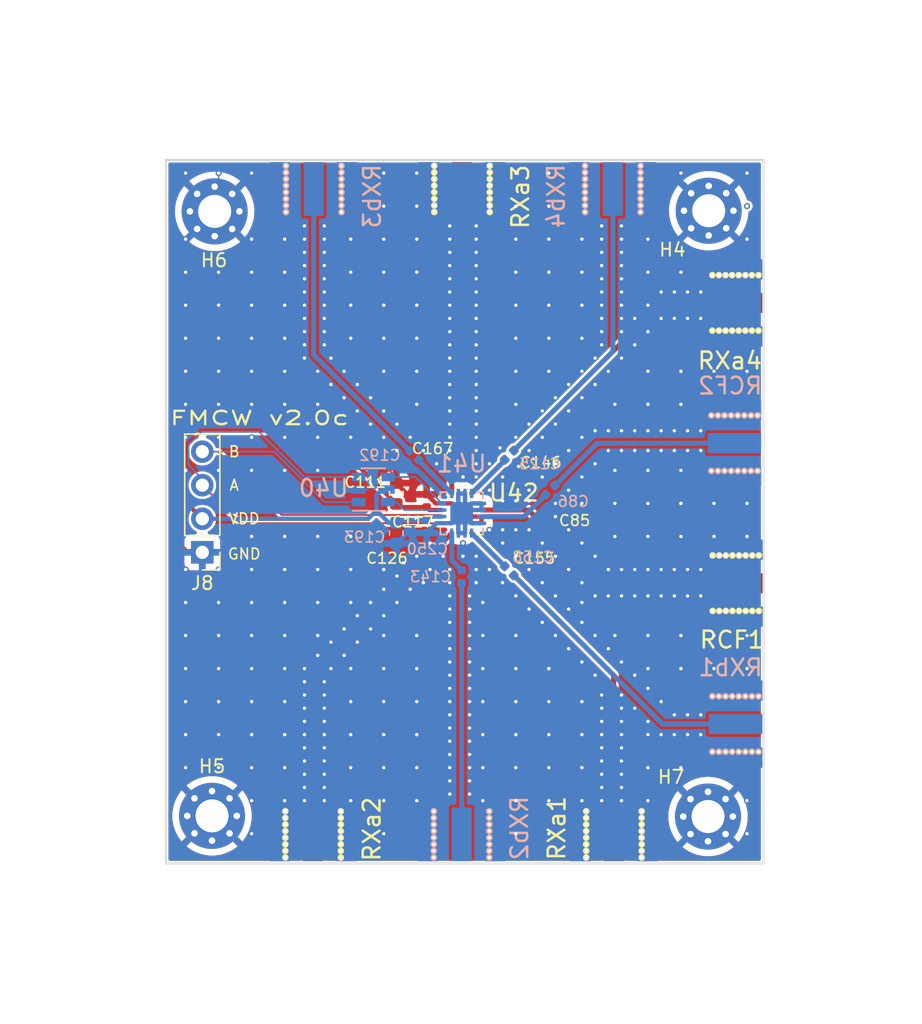
<source format=kicad_pcb>
(kicad_pcb (version 20190905) (host pcbnew "5.99.0-unknown")
  (layers (0 "F.Cu" signal) (1 "In1.Cu" power) (2 "In2.Cu" signal) (31 "B.Cu" signal) (34 "B.Paste" user hide) (35 "F.Paste" user hide) (36 "B.SilkS" user) (37 "F.SilkS" user) (38 "B.Mask" user) (39 "F.Mask" user hide) (44 "Edge.Cuts" user))
  (net 0 "")
  (net 1 "Net-(C125-Pad1)")
  (net 2 "Net-(C86-Pad2)")
  (net 3 "Net-(C85-Pad2)")
  (net 4 "Net-(C192-Pad1)")
  (net 5 "Net-(C143-Pad1)")
  (net 6 "Net-(C155-Pad1)")
  (net 7 "Net-(C126-Pad1)")
  (net 8 "Net-(C167-Pad1)")
  (net 9 "Net-(C146-Pad1)")
  (net 10 "Net-(C158-Pad1)")
  (net 11 "Net-(U40-Pad4)")
  (net 12 "Net-(U40-Pad6)")
  (net 13 "Net-(C85-Pad1)")
  (net 14 "Net-(C146-Pad2)")
  (net 15 "Net-(C167-Pad2)")
  (net 16 "Net-(C126-Pad2)")
  (net 17 "Net-(C155-Pad2)")
  (net 18 "Net-(C125-Pad2)")
  (net 19 "Net-(C192-Pad2)")
  (net 20 "Net-(C143-Pad2)")
  (net 21 "Net-(C158-Pad2)")
  (net 22 "Net-(C86-Pad1)")
  (net 23 "VDD")
  (net 24 "/RF Switch/B")
  (net 25 "/RF Switch/A")
  (net 26 "GND")
  (module "Connector_PinHeader_2.54mm:PinHeader_1x04_P2.54mm_Vertical" (layer "F.Cu") (at 210.765 118.752 180)
    (fp_text reference "J8" (at 0 -2.33) (layer "F.SilkS"))
    (fp_text value "Conn_01x04")
    (pad "4" thru_hole oval (at 0 7.62 180) (size 1.7 1.7) (drill 1) (layers *.Cu *.Mask) (net 24 "/RF Switch/B"))
    (pad "3" thru_hole oval (at 0 5.08 180) (size 1.7 1.7) (drill 1) (layers *.Cu *.Mask) (net 25 "/RF Switch/A"))
    (pad "2" thru_hole oval (at 0 2.54 180) (size 1.7 1.7) (drill 1) (layers *.Cu *.Mask) (net 23 "VDD"))
    (pad "1" thru_hole rect (at 0 0 180) (size 1.7 1.7) (drill 1) (layers *.Cu *.Mask) (net 26 "GND"))
  )
  (module "fmcw:CONSMA003.062" (layer "F.Cu") (at 251.15 121.09)
    (fp_text reference "RCF1" (at -0.3 4.285) (layer "F.SilkS") (effects (font (size 1.27 1.27) (thickness 0.1905))))
    (fp_text value "Conn_Coaxial" hide)
    (pad "1" smd rect (at 0 0) (size 4.06 1.52) (layers "F.Cu" "F.Mask") (net 3 "Net-(C85-Pad2)"))
    (pad "2" smd rect (at 0 -2.54) (size 4.06 1.52) (layers "F.Cu" "F.Mask") (net 26 "GND") (thermal_gap 0.3))
    (pad "2" smd rect (at 0 2.54) (size 4.06 1.52) (layers "F.Cu" "F.Mask") (net 26 "GND") (thermal_gap 0.3))
    (pad "2" smd rect (at 0 -2.54) (size 4.06 1.52) (layers "B.Cu" "B.Mask") (net 26 "GND") (thermal_gap 0.3))
    (pad "2" smd rect (at 0 2.54) (size 4.06 1.52) (layers "B.Cu" "B.Mask") (net 26 "GND") (thermal_gap 0.3))
    (pad "2" thru_hole circle (at 1.75 -2.1) (size 0.5 0.5) (drill 0.25) (layers *.Cu *.Mask "F.SilkS") (net 26 "GND"))
    (pad "2" thru_hole circle (at 1.25 -2.1) (size 0.5 0.5) (drill 0.25) (layers *.Cu *.Mask "F.SilkS") (net 26 "GND"))
    (pad "2" thru_hole circle (at 0.75 -2.1) (size 0.5 0.5) (drill 0.25) (layers *.Cu *.Mask "F.SilkS") (net 26 "GND"))
    (pad "2" thru_hole circle (at 0.25 -2.1) (size 0.5 0.5) (drill 0.25) (layers *.Cu *.Mask "F.SilkS") (net 26 "GND"))
    (pad "2" thru_hole circle (at -0.25 -2.1) (size 0.5 0.5) (drill 0.25) (layers *.Cu *.Mask "F.SilkS") (net 26 "GND"))
    (pad "2" thru_hole circle (at -0.75 -2.1) (size 0.5 0.5) (drill 0.25) (layers *.Cu *.Mask "F.SilkS") (net 26 "GND"))
    (pad "2" thru_hole circle (at -1.25 -2.1) (size 0.5 0.5) (drill 0.25) (layers *.Cu *.Mask "F.SilkS") (net 26 "GND"))
    (pad "2" thru_hole circle (at -1.75 -2.1) (size 0.5 0.5) (drill 0.25) (layers *.Cu *.Mask "F.SilkS") (net 26 "GND"))
    (pad "2" thru_hole circle (at 1.75 2.1) (size 0.5 0.5) (drill 0.25) (layers *.Cu *.Mask "F.SilkS") (net 26 "GND"))
    (pad "2" thru_hole circle (at 1.25 2.1) (size 0.5 0.5) (drill 0.25) (layers *.Cu *.Mask "F.SilkS") (net 26 "GND"))
    (pad "2" thru_hole circle (at 0.75 2.1) (size 0.5 0.5) (drill 0.25) (layers *.Cu *.Mask "F.SilkS") (net 26 "GND"))
    (pad "2" thru_hole circle (at 0.25 2.1) (size 0.5 0.5) (drill 0.25) (layers *.Cu *.Mask "F.SilkS") (net 26 "GND"))
    (pad "2" thru_hole circle (at -0.25 2.1) (size 0.5 0.5) (drill 0.25) (layers *.Cu *.Mask "F.SilkS") (net 26 "GND"))
    (pad "2" thru_hole circle (at -0.75 2.1) (size 0.5 0.5) (drill 0.25) (layers *.Cu *.Mask "F.SilkS") (net 26 "GND"))
    (pad "2" thru_hole circle (at -1.25 2.1) (size 0.5 0.5) (drill 0.25) (layers *.Cu *.Mask "F.SilkS") (net 26 "GND"))
    (pad "2" thru_hole circle (at -1.75 2.1) (size 0.5 0.5) (drill 0.25) (layers *.Cu *.Mask "F.SilkS") (net 26 "GND"))
  )
  (module "fmcw:CONSMA003.062" (layer "B.Cu") (at 251.05 110.49)
    (fp_text reference "RCF2" (at -0.325 -4.34) (layer "B.SilkS") (effects (font (size 1.27 1.27) (thickness 0.1905)) (justify mirror)))
    (fp_text value "Conn_Coaxial" hide)
    (pad "2" thru_hole circle (at -1.75 -2.1) (size 0.5 0.5) (drill 0.25) (layers *.Cu *.Mask "B.SilkS") (net 26 "GND"))
    (pad "2" thru_hole circle (at -1.25 -2.1) (size 0.5 0.5) (drill 0.25) (layers *.Cu *.Mask "B.SilkS") (net 26 "GND"))
    (pad "2" thru_hole circle (at -0.75 -2.1) (size 0.5 0.5) (drill 0.25) (layers *.Cu *.Mask "B.SilkS") (net 26 "GND"))
    (pad "2" thru_hole circle (at -0.25 -2.1) (size 0.5 0.5) (drill 0.25) (layers *.Cu *.Mask "B.SilkS") (net 26 "GND"))
    (pad "2" thru_hole circle (at 0.25 -2.1) (size 0.5 0.5) (drill 0.25) (layers *.Cu *.Mask "B.SilkS") (net 26 "GND"))
    (pad "2" thru_hole circle (at 0.75 -2.1) (size 0.5 0.5) (drill 0.25) (layers *.Cu *.Mask "B.SilkS") (net 26 "GND"))
    (pad "2" thru_hole circle (at 1.25 -2.1) (size 0.5 0.5) (drill 0.25) (layers *.Cu *.Mask "B.SilkS") (net 26 "GND"))
    (pad "2" thru_hole circle (at 1.75 -2.1) (size 0.5 0.5) (drill 0.25) (layers *.Cu *.Mask "B.SilkS") (net 26 "GND"))
    (pad "2" thru_hole circle (at -1.75 2.1) (size 0.5 0.5) (drill 0.25) (layers *.Cu *.Mask "B.SilkS") (net 26 "GND"))
    (pad "2" thru_hole circle (at -1.25 2.1) (size 0.5 0.5) (drill 0.25) (layers *.Cu *.Mask "B.SilkS") (net 26 "GND"))
    (pad "2" thru_hole circle (at -0.75 2.1) (size 0.5 0.5) (drill 0.25) (layers *.Cu *.Mask "B.SilkS") (net 26 "GND"))
    (pad "2" thru_hole circle (at -0.25 2.1) (size 0.5 0.5) (drill 0.25) (layers *.Cu *.Mask "B.SilkS") (net 26 "GND"))
    (pad "2" thru_hole circle (at 0.25 2.1) (size 0.5 0.5) (drill 0.25) (layers *.Cu *.Mask "B.SilkS") (net 26 "GND"))
    (pad "2" thru_hole circle (at 0.75 2.1) (size 0.5 0.5) (drill 0.25) (layers *.Cu *.Mask "B.SilkS") (net 26 "GND"))
    (pad "2" thru_hole circle (at 1.25 2.1) (size 0.5 0.5) (drill 0.25) (layers *.Cu *.Mask "B.SilkS") (net 26 "GND"))
    (pad "2" thru_hole circle (at 1.75 2.1) (size 0.5 0.5) (drill 0.25) (layers *.Cu *.Mask "B.SilkS") (net 26 "GND"))
    (pad "2" smd rect (at 0 -2.54) (size 4.06 1.52) (layers "F.Cu" "F.Mask") (net 26 "GND") (thermal_gap 0.3))
    (pad "2" smd rect (at 0 2.54) (size 4.06 1.52) (layers "F.Cu" "F.Mask") (net 26 "GND") (thermal_gap 0.3))
    (pad "2" smd rect (at 0 -2.54) (size 4.06 1.52) (layers "B.Cu" "B.Mask") (net 26 "GND") (thermal_gap 0.3))
    (pad "2" smd rect (at 0 2.54) (size 4.06 1.52) (layers "B.Cu" "B.Mask") (net 26 "GND") (thermal_gap 0.3))
    (pad "1" smd rect (at 0 0) (size 4.06 1.52) (layers "B.Cu" "B.Mask") (net 2 "Net-(C86-Pad2)"))
  )
  (module "fmcw:CONSMA003.062" (layer "B.Cu") (at 241.84 91.25 90)
    (fp_text reference "RXb4" (at -0.55 -4.29 90) (layer "B.SilkS") (effects (font (size 1.27 1.27) (thickness 0.1905)) (justify mirror)))
    (fp_text value "Conn_Coaxial" hide)
    (pad "1" smd rect (at 0 0 90) (size 4.06 1.52) (layers "B.Cu" "B.Mask") (net 1 "Net-(C125-Pad1)"))
    (pad "2" smd rect (at 0 2.54 90) (size 4.06 1.52) (layers "B.Cu" "B.Mask") (net 26 "GND") (thermal_gap 0.3))
    (pad "2" smd rect (at 0 -2.54 90) (size 4.06 1.52) (layers "B.Cu" "B.Mask") (net 26 "GND") (thermal_gap 0.3))
    (pad "2" smd rect (at 0 2.54 90) (size 4.06 1.52) (layers "F.Cu" "F.Mask") (net 26 "GND") (thermal_gap 0.3))
    (pad "2" smd rect (at 0 -2.54 90) (size 4.06 1.52) (layers "F.Cu" "F.Mask") (net 26 "GND") (thermal_gap 0.3))
    (pad "2" thru_hole circle (at 1.75 2.1 90) (size 0.5 0.5) (drill 0.25) (layers *.Cu *.Mask "B.SilkS") (net 26 "GND"))
    (pad "2" thru_hole circle (at 1.25 2.1 90) (size 0.5 0.5) (drill 0.25) (layers *.Cu *.Mask "B.SilkS") (net 26 "GND"))
    (pad "2" thru_hole circle (at 0.75 2.1 90) (size 0.5 0.5) (drill 0.25) (layers *.Cu *.Mask "B.SilkS") (net 26 "GND"))
    (pad "2" thru_hole circle (at 0.25 2.1 90) (size 0.5 0.5) (drill 0.25) (layers *.Cu *.Mask "B.SilkS") (net 26 "GND"))
    (pad "2" thru_hole circle (at -0.25 2.1 90) (size 0.5 0.5) (drill 0.25) (layers *.Cu *.Mask "B.SilkS") (net 26 "GND"))
    (pad "2" thru_hole circle (at -0.75 2.1 90) (size 0.5 0.5) (drill 0.25) (layers *.Cu *.Mask "B.SilkS") (net 26 "GND"))
    (pad "2" thru_hole circle (at -1.25 2.1 90) (size 0.5 0.5) (drill 0.25) (layers *.Cu *.Mask "B.SilkS") (net 26 "GND"))
    (pad "2" thru_hole circle (at -1.75 2.1 90) (size 0.5 0.5) (drill 0.25) (layers *.Cu *.Mask "B.SilkS") (net 26 "GND"))
    (pad "2" thru_hole circle (at 1.75 -2.1 90) (size 0.5 0.5) (drill 0.25) (layers *.Cu *.Mask "B.SilkS") (net 26 "GND"))
    (pad "2" thru_hole circle (at 1.25 -2.1 90) (size 0.5 0.5) (drill 0.25) (layers *.Cu *.Mask "B.SilkS") (net 26 "GND"))
    (pad "2" thru_hole circle (at 0.75 -2.1 90) (size 0.5 0.5) (drill 0.25) (layers *.Cu *.Mask "B.SilkS") (net 26 "GND"))
    (pad "2" thru_hole circle (at 0.25 -2.1 90) (size 0.5 0.5) (drill 0.25) (layers *.Cu *.Mask "B.SilkS") (net 26 "GND"))
    (pad "2" thru_hole circle (at -0.25 -2.1 90) (size 0.5 0.5) (drill 0.25) (layers *.Cu *.Mask "B.SilkS") (net 26 "GND"))
    (pad "2" thru_hole circle (at -0.75 -2.1 90) (size 0.5 0.5) (drill 0.25) (layers *.Cu *.Mask "B.SilkS") (net 26 "GND"))
    (pad "2" thru_hole circle (at -1.25 -2.1 90) (size 0.5 0.5) (drill 0.25) (layers *.Cu *.Mask "B.SilkS") (net 26 "GND"))
    (pad "2" thru_hole circle (at -1.75 -2.1 90) (size 0.5 0.5) (drill 0.25) (layers *.Cu *.Mask "B.SilkS") (net 26 "GND"))
  )
  (module "fmcw:CONSMA003.062" (layer "F.Cu") (at 241.925 140.1 270)
    (fp_text reference "RXa1" (at -0.475 4.325 270) (layer "F.SilkS") (effects (font (size 1.27 1.27) (thickness 0.1905))))
    (fp_text value "Conn_Coaxial" hide)
    (pad "2" thru_hole circle (at -1.75 2.1 270) (size 0.5 0.5) (drill 0.25) (layers *.Cu *.Mask "F.SilkS") (net 26 "GND"))
    (pad "2" thru_hole circle (at -1.25 2.1 270) (size 0.5 0.5) (drill 0.25) (layers *.Cu *.Mask "F.SilkS") (net 26 "GND"))
    (pad "2" thru_hole circle (at -0.75 2.1 270) (size 0.5 0.5) (drill 0.25) (layers *.Cu *.Mask "F.SilkS") (net 26 "GND"))
    (pad "2" thru_hole circle (at -0.25 2.1 270) (size 0.5 0.5) (drill 0.25) (layers *.Cu *.Mask "F.SilkS") (net 26 "GND"))
    (pad "2" thru_hole circle (at 0.25 2.1 270) (size 0.5 0.5) (drill 0.25) (layers *.Cu *.Mask "F.SilkS") (net 26 "GND"))
    (pad "2" thru_hole circle (at 0.75 2.1 270) (size 0.5 0.5) (drill 0.25) (layers *.Cu *.Mask "F.SilkS") (net 26 "GND"))
    (pad "2" thru_hole circle (at 1.25 2.1 270) (size 0.5 0.5) (drill 0.25) (layers *.Cu *.Mask "F.SilkS") (net 26 "GND"))
    (pad "2" thru_hole circle (at 1.75 2.1 270) (size 0.5 0.5) (drill 0.25) (layers *.Cu *.Mask "F.SilkS") (net 26 "GND"))
    (pad "2" thru_hole circle (at -1.75 -2.1 270) (size 0.5 0.5) (drill 0.25) (layers *.Cu *.Mask "F.SilkS") (net 26 "GND"))
    (pad "2" thru_hole circle (at -1.25 -2.1 270) (size 0.5 0.5) (drill 0.25) (layers *.Cu *.Mask "F.SilkS") (net 26 "GND"))
    (pad "2" thru_hole circle (at -0.75 -2.1 270) (size 0.5 0.5) (drill 0.25) (layers *.Cu *.Mask "F.SilkS") (net 26 "GND"))
    (pad "2" thru_hole circle (at -0.25 -2.1 270) (size 0.5 0.5) (drill 0.25) (layers *.Cu *.Mask "F.SilkS") (net 26 "GND"))
    (pad "2" thru_hole circle (at 0.25 -2.1 270) (size 0.5 0.5) (drill 0.25) (layers *.Cu *.Mask "F.SilkS") (net 26 "GND"))
    (pad "2" thru_hole circle (at 0.75 -2.1 270) (size 0.5 0.5) (drill 0.25) (layers *.Cu *.Mask "F.SilkS") (net 26 "GND"))
    (pad "2" thru_hole circle (at 1.25 -2.1 270) (size 0.5 0.5) (drill 0.25) (layers *.Cu *.Mask "F.SilkS") (net 26 "GND"))
    (pad "2" thru_hole circle (at 1.75 -2.1 270) (size 0.5 0.5) (drill 0.25) (layers *.Cu *.Mask "F.SilkS") (net 26 "GND"))
    (pad "2" smd rect (at 0 2.54 270) (size 4.06 1.52) (layers "B.Cu" "B.Mask") (net 26 "GND") (thermal_gap 0.3))
    (pad "2" smd rect (at 0 -2.54 270) (size 4.06 1.52) (layers "B.Cu" "B.Mask") (net 26 "GND") (thermal_gap 0.3))
    (pad "2" smd rect (at 0 2.54 270) (size 4.06 1.52) (layers "F.Cu" "F.Mask") (net 26 "GND") (thermal_gap 0.3))
    (pad "2" smd rect (at 0 -2.54 270) (size 4.06 1.52) (layers "F.Cu" "F.Mask") (net 26 "GND") (thermal_gap 0.3))
    (pad "1" smd rect (at 0 0 270) (size 4.06 1.52) (layers "F.Cu" "F.Mask") (net 6 "Net-(C155-Pad1)"))
  )
  (module "fmcw:CONSMA003.062" (layer "F.Cu") (at 219.15 140.1 270)
    (fp_text reference "RXa2" (at -0.4 -4.45 90) (layer "F.SilkS") (effects (font (size 1.27 1.27) (thickness 0.1905))))
    (fp_text value "Conn_Coaxial" hide)
    (pad "1" smd rect (at 0 0 270) (size 4.06 1.52) (layers "F.Cu" "F.Mask") (net 7 "Net-(C126-Pad1)"))
    (pad "2" smd rect (at 0 -2.54 270) (size 4.06 1.52) (layers "F.Cu" "F.Mask") (net 26 "GND") (thermal_gap 0.3))
    (pad "2" smd rect (at 0 2.54 270) (size 4.06 1.52) (layers "F.Cu" "F.Mask") (net 26 "GND") (thermal_gap 0.3))
    (pad "2" smd rect (at 0 -2.54 270) (size 4.06 1.52) (layers "B.Cu" "B.Mask") (net 26 "GND") (thermal_gap 0.3))
    (pad "2" smd rect (at 0 2.54 270) (size 4.06 1.52) (layers "B.Cu" "B.Mask") (net 26 "GND") (thermal_gap 0.3))
    (pad "2" thru_hole circle (at 1.75 -2.1 270) (size 0.5 0.5) (drill 0.25) (layers *.Cu *.Mask "F.SilkS") (net 26 "GND"))
    (pad "2" thru_hole circle (at 1.25 -2.1 270) (size 0.5 0.5) (drill 0.25) (layers *.Cu *.Mask "F.SilkS") (net 26 "GND"))
    (pad "2" thru_hole circle (at 0.75 -2.1 270) (size 0.5 0.5) (drill 0.25) (layers *.Cu *.Mask "F.SilkS") (net 26 "GND"))
    (pad "2" thru_hole circle (at 0.25 -2.1 270) (size 0.5 0.5) (drill 0.25) (layers *.Cu *.Mask "F.SilkS") (net 26 "GND"))
    (pad "2" thru_hole circle (at -0.25 -2.1 270) (size 0.5 0.5) (drill 0.25) (layers *.Cu *.Mask "F.SilkS") (net 26 "GND"))
    (pad "2" thru_hole circle (at -0.75 -2.1 270) (size 0.5 0.5) (drill 0.25) (layers *.Cu *.Mask "F.SilkS") (net 26 "GND"))
    (pad "2" thru_hole circle (at -1.25 -2.1 270) (size 0.5 0.5) (drill 0.25) (layers *.Cu *.Mask "F.SilkS") (net 26 "GND"))
    (pad "2" thru_hole circle (at -1.75 -2.1 270) (size 0.5 0.5) (drill 0.25) (layers *.Cu *.Mask "F.SilkS") (net 26 "GND"))
    (pad "2" thru_hole circle (at 1.75 2.1 270) (size 0.5 0.5) (drill 0.25) (layers *.Cu *.Mask "F.SilkS") (net 26 "GND"))
    (pad "2" thru_hole circle (at 1.25 2.1 270) (size 0.5 0.5) (drill 0.25) (layers *.Cu *.Mask "F.SilkS") (net 26 "GND"))
    (pad "2" thru_hole circle (at 0.75 2.1 270) (size 0.5 0.5) (drill 0.25) (layers *.Cu *.Mask "F.SilkS") (net 26 "GND"))
    (pad "2" thru_hole circle (at 0.25 2.1 270) (size 0.5 0.5) (drill 0.25) (layers *.Cu *.Mask "F.SilkS") (net 26 "GND"))
    (pad "2" thru_hole circle (at -0.25 2.1 270) (size 0.5 0.5) (drill 0.25) (layers *.Cu *.Mask "F.SilkS") (net 26 "GND"))
    (pad "2" thru_hole circle (at -0.75 2.1 270) (size 0.5 0.5) (drill 0.25) (layers *.Cu *.Mask "F.SilkS") (net 26 "GND"))
    (pad "2" thru_hole circle (at -1.25 2.1 270) (size 0.5 0.5) (drill 0.25) (layers *.Cu *.Mask "F.SilkS") (net 26 "GND"))
    (pad "2" thru_hole circle (at -1.75 2.1 270) (size 0.5 0.5) (drill 0.25) (layers *.Cu *.Mask "F.SilkS") (net 26 "GND"))
  )
  (module "fmcw:CONSMA003.062" (layer "F.Cu") (at 230.425 91.25 90)
    (fp_text reference "RXa3" (at -0.6 4.425 90) (layer "F.SilkS") (effects (font (size 1.27 1.27) (thickness 0.1905))))
    (fp_text value "Conn_Coaxial" hide)
    (pad "2" thru_hole circle (at -1.75 2.1 90) (size 0.5 0.5) (drill 0.25) (layers *.Cu *.Mask "F.SilkS") (net 26 "GND"))
    (pad "2" thru_hole circle (at -1.25 2.1 90) (size 0.5 0.5) (drill 0.25) (layers *.Cu *.Mask "F.SilkS") (net 26 "GND"))
    (pad "2" thru_hole circle (at -0.75 2.1 90) (size 0.5 0.5) (drill 0.25) (layers *.Cu *.Mask "F.SilkS") (net 26 "GND"))
    (pad "2" thru_hole circle (at -0.25 2.1 90) (size 0.5 0.5) (drill 0.25) (layers *.Cu *.Mask "F.SilkS") (net 26 "GND"))
    (pad "2" thru_hole circle (at 0.25 2.1 90) (size 0.5 0.5) (drill 0.25) (layers *.Cu *.Mask "F.SilkS") (net 26 "GND"))
    (pad "2" thru_hole circle (at 0.75 2.1 90) (size 0.5 0.5) (drill 0.25) (layers *.Cu *.Mask "F.SilkS") (net 26 "GND"))
    (pad "2" thru_hole circle (at 1.25 2.1 90) (size 0.5 0.5) (drill 0.25) (layers *.Cu *.Mask "F.SilkS") (net 26 "GND"))
    (pad "2" thru_hole circle (at 1.75 2.1 90) (size 0.5 0.5) (drill 0.25) (layers *.Cu *.Mask "F.SilkS") (net 26 "GND"))
    (pad "2" thru_hole circle (at -1.75 -2.1 90) (size 0.5 0.5) (drill 0.25) (layers *.Cu *.Mask "F.SilkS") (net 26 "GND"))
    (pad "2" thru_hole circle (at -1.25 -2.1 90) (size 0.5 0.5) (drill 0.25) (layers *.Cu *.Mask "F.SilkS") (net 26 "GND"))
    (pad "2" thru_hole circle (at -0.75 -2.1 90) (size 0.5 0.5) (drill 0.25) (layers *.Cu *.Mask "F.SilkS") (net 26 "GND"))
    (pad "2" thru_hole circle (at -0.25 -2.1 90) (size 0.5 0.5) (drill 0.25) (layers *.Cu *.Mask "F.SilkS") (net 26 "GND"))
    (pad "2" thru_hole circle (at 0.25 -2.1 90) (size 0.5 0.5) (drill 0.25) (layers *.Cu *.Mask "F.SilkS") (net 26 "GND"))
    (pad "2" thru_hole circle (at 0.75 -2.1 90) (size 0.5 0.5) (drill 0.25) (layers *.Cu *.Mask "F.SilkS") (net 26 "GND"))
    (pad "2" thru_hole circle (at 1.25 -2.1 90) (size 0.5 0.5) (drill 0.25) (layers *.Cu *.Mask "F.SilkS") (net 26 "GND"))
    (pad "2" thru_hole circle (at 1.75 -2.1 90) (size 0.5 0.5) (drill 0.25) (layers *.Cu *.Mask "F.SilkS") (net 26 "GND"))
    (pad "2" smd rect (at 0 2.54 90) (size 4.06 1.52) (layers "B.Cu" "B.Mask") (net 26 "GND") (thermal_gap 0.3))
    (pad "2" smd rect (at 0 -2.54 90) (size 4.06 1.52) (layers "B.Cu" "B.Mask") (net 26 "GND") (thermal_gap 0.3))
    (pad "2" smd rect (at 0 2.54 90) (size 4.06 1.52) (layers "F.Cu" "F.Mask") (net 26 "GND") (thermal_gap 0.3))
    (pad "2" smd rect (at 0 -2.54 90) (size 4.06 1.52) (layers "F.Cu" "F.Mask") (net 26 "GND") (thermal_gap 0.3))
    (pad "1" smd rect (at 0 0 90) (size 4.06 1.52) (layers "F.Cu" "F.Mask") (net 8 "Net-(C167-Pad1)"))
  )
  (module "fmcw:CONSMA003.062" (layer "F.Cu") (at 251.125 99.875)
    (fp_text reference "RXa4" (at -0.425 4.375) (layer "F.SilkS") (effects (font (size 1.27 1.27) (thickness 0.1905))))
    (fp_text value "Conn_Coaxial" hide)
    (pad "1" smd rect (at 0 0) (size 4.06 1.52) (layers "F.Cu" "F.Mask") (net 9 "Net-(C146-Pad1)"))
    (pad "2" smd rect (at 0 -2.54) (size 4.06 1.52) (layers "F.Cu" "F.Mask") (net 26 "GND") (thermal_gap 0.3))
    (pad "2" smd rect (at 0 2.54) (size 4.06 1.52) (layers "F.Cu" "F.Mask") (net 26 "GND") (thermal_gap 0.3))
    (pad "2" smd rect (at 0 -2.54) (size 4.06 1.52) (layers "B.Cu" "B.Mask") (net 26 "GND") (thermal_gap 0.3))
    (pad "2" smd rect (at 0 2.54) (size 4.06 1.52) (layers "B.Cu" "B.Mask") (net 26 "GND") (thermal_gap 0.3))
    (pad "2" thru_hole circle (at 1.75 -2.1) (size 0.5 0.5) (drill 0.25) (layers *.Cu *.Mask "F.SilkS") (net 26 "GND"))
    (pad "2" thru_hole circle (at 1.25 -2.1) (size 0.5 0.5) (drill 0.25) (layers *.Cu *.Mask "F.SilkS") (net 26 "GND"))
    (pad "2" thru_hole circle (at 0.75 -2.1) (size 0.5 0.5) (drill 0.25) (layers *.Cu *.Mask "F.SilkS") (net 26 "GND"))
    (pad "2" thru_hole circle (at 0.25 -2.1) (size 0.5 0.5) (drill 0.25) (layers *.Cu *.Mask "F.SilkS") (net 26 "GND"))
    (pad "2" thru_hole circle (at -0.25 -2.1) (size 0.5 0.5) (drill 0.25) (layers *.Cu *.Mask "F.SilkS") (net 26 "GND"))
    (pad "2" thru_hole circle (at -0.75 -2.1) (size 0.5 0.5) (drill 0.25) (layers *.Cu *.Mask "F.SilkS") (net 26 "GND"))
    (pad "2" thru_hole circle (at -1.25 -2.1) (size 0.5 0.5) (drill 0.25) (layers *.Cu *.Mask "F.SilkS") (net 26 "GND"))
    (pad "2" thru_hole circle (at -1.75 -2.1) (size 0.5 0.5) (drill 0.25) (layers *.Cu *.Mask "F.SilkS") (net 26 "GND"))
    (pad "2" thru_hole circle (at 1.75 2.1) (size 0.5 0.5) (drill 0.25) (layers *.Cu *.Mask "F.SilkS") (net 26 "GND"))
    (pad "2" thru_hole circle (at 1.25 2.1) (size 0.5 0.5) (drill 0.25) (layers *.Cu *.Mask "F.SilkS") (net 26 "GND"))
    (pad "2" thru_hole circle (at 0.75 2.1) (size 0.5 0.5) (drill 0.25) (layers *.Cu *.Mask "F.SilkS") (net 26 "GND"))
    (pad "2" thru_hole circle (at 0.25 2.1) (size 0.5 0.5) (drill 0.25) (layers *.Cu *.Mask "F.SilkS") (net 26 "GND"))
    (pad "2" thru_hole circle (at -0.25 2.1) (size 0.5 0.5) (drill 0.25) (layers *.Cu *.Mask "F.SilkS") (net 26 "GND"))
    (pad "2" thru_hole circle (at -0.75 2.1) (size 0.5 0.5) (drill 0.25) (layers *.Cu *.Mask "F.SilkS") (net 26 "GND"))
    (pad "2" thru_hole circle (at -1.25 2.1) (size 0.5 0.5) (drill 0.25) (layers *.Cu *.Mask "F.SilkS") (net 26 "GND"))
    (pad "2" thru_hole circle (at -1.75 2.1) (size 0.5 0.5) (drill 0.25) (layers *.Cu *.Mask "F.SilkS") (net 26 "GND"))
  )
  (module "fmcw:CONSMA003.062" (layer "B.Cu") (at 251.125 131.75)
    (fp_text reference "RXb1" (at -0.375 -4.275) (layer "B.SilkS") (effects (font (size 1.27 1.27) (thickness 0.1905)) (justify mirror)))
    (fp_text value "Conn_Coaxial" hide)
    (pad "2" thru_hole circle (at -1.75 -2.1) (size 0.5 0.5) (drill 0.25) (layers *.Cu *.Mask "B.SilkS") (net 26 "GND"))
    (pad "2" thru_hole circle (at -1.25 -2.1) (size 0.5 0.5) (drill 0.25) (layers *.Cu *.Mask "B.SilkS") (net 26 "GND"))
    (pad "2" thru_hole circle (at -0.75 -2.1) (size 0.5 0.5) (drill 0.25) (layers *.Cu *.Mask "B.SilkS") (net 26 "GND"))
    (pad "2" thru_hole circle (at -0.25 -2.1) (size 0.5 0.5) (drill 0.25) (layers *.Cu *.Mask "B.SilkS") (net 26 "GND"))
    (pad "2" thru_hole circle (at 0.25 -2.1) (size 0.5 0.5) (drill 0.25) (layers *.Cu *.Mask "B.SilkS") (net 26 "GND"))
    (pad "2" thru_hole circle (at 0.75 -2.1) (size 0.5 0.5) (drill 0.25) (layers *.Cu *.Mask "B.SilkS") (net 26 "GND"))
    (pad "2" thru_hole circle (at 1.25 -2.1) (size 0.5 0.5) (drill 0.25) (layers *.Cu *.Mask "B.SilkS") (net 26 "GND"))
    (pad "2" thru_hole circle (at 1.75 -2.1) (size 0.5 0.5) (drill 0.25) (layers *.Cu *.Mask "B.SilkS") (net 26 "GND"))
    (pad "2" thru_hole circle (at -1.75 2.1) (size 0.5 0.5) (drill 0.25) (layers *.Cu *.Mask "B.SilkS") (net 26 "GND"))
    (pad "2" thru_hole circle (at -1.25 2.1) (size 0.5 0.5) (drill 0.25) (layers *.Cu *.Mask "B.SilkS") (net 26 "GND"))
    (pad "2" thru_hole circle (at -0.75 2.1) (size 0.5 0.5) (drill 0.25) (layers *.Cu *.Mask "B.SilkS") (net 26 "GND"))
    (pad "2" thru_hole circle (at -0.25 2.1) (size 0.5 0.5) (drill 0.25) (layers *.Cu *.Mask "B.SilkS") (net 26 "GND"))
    (pad "2" thru_hole circle (at 0.25 2.1) (size 0.5 0.5) (drill 0.25) (layers *.Cu *.Mask "B.SilkS") (net 26 "GND"))
    (pad "2" thru_hole circle (at 0.75 2.1) (size 0.5 0.5) (drill 0.25) (layers *.Cu *.Mask "B.SilkS") (net 26 "GND"))
    (pad "2" thru_hole circle (at 1.25 2.1) (size 0.5 0.5) (drill 0.25) (layers *.Cu *.Mask "B.SilkS") (net 26 "GND"))
    (pad "2" thru_hole circle (at 1.75 2.1) (size 0.5 0.5) (drill 0.25) (layers *.Cu *.Mask "B.SilkS") (net 26 "GND"))
    (pad "2" smd rect (at 0 -2.54) (size 4.06 1.52) (layers "F.Cu" "F.Mask") (net 26 "GND") (thermal_gap 0.3))
    (pad "2" smd rect (at 0 2.54) (size 4.06 1.52) (layers "F.Cu" "F.Mask") (net 26 "GND") (thermal_gap 0.3))
    (pad "2" smd rect (at 0 -2.54) (size 4.06 1.52) (layers "B.Cu" "B.Mask") (net 26 "GND") (thermal_gap 0.3))
    (pad "2" smd rect (at 0 2.54) (size 4.06 1.52) (layers "B.Cu" "B.Mask") (net 26 "GND") (thermal_gap 0.3))
    (pad "1" smd rect (at 0 0) (size 4.06 1.52) (layers "B.Cu" "B.Mask") (net 10 "Net-(C158-Pad1)"))
  )
  (module "fmcw:CONSMA003.062" (layer "B.Cu") (at 230.39 140.1 270)
    (fp_text reference "RXb2" (at -0.475 -4.385 90) (layer "B.SilkS") (effects (font (size 1.27 1.27) (thickness 0.1905)) (justify mirror)))
    (fp_text value "Conn_Coaxial" hide)
    (pad "1" smd rect (at 0 0 270) (size 4.06 1.52) (layers "B.Cu" "B.Mask") (net 5 "Net-(C143-Pad1)"))
    (pad "2" smd rect (at 0 2.54 270) (size 4.06 1.52) (layers "B.Cu" "B.Mask") (net 26 "GND") (thermal_gap 0.3))
    (pad "2" smd rect (at 0 -2.54 270) (size 4.06 1.52) (layers "B.Cu" "B.Mask") (net 26 "GND") (thermal_gap 0.3))
    (pad "2" smd rect (at 0 2.54 270) (size 4.06 1.52) (layers "F.Cu" "F.Mask") (net 26 "GND") (thermal_gap 0.3))
    (pad "2" smd rect (at 0 -2.54 270) (size 4.06 1.52) (layers "F.Cu" "F.Mask") (net 26 "GND") (thermal_gap 0.3))
    (pad "2" thru_hole circle (at 1.75 2.1 270) (size 0.5 0.5) (drill 0.25) (layers *.Cu *.Mask "B.SilkS") (net 26 "GND"))
    (pad "2" thru_hole circle (at 1.25 2.1 270) (size 0.5 0.5) (drill 0.25) (layers *.Cu *.Mask "B.SilkS") (net 26 "GND"))
    (pad "2" thru_hole circle (at 0.75 2.1 270) (size 0.5 0.5) (drill 0.25) (layers *.Cu *.Mask "B.SilkS") (net 26 "GND"))
    (pad "2" thru_hole circle (at 0.25 2.1 270) (size 0.5 0.5) (drill 0.25) (layers *.Cu *.Mask "B.SilkS") (net 26 "GND"))
    (pad "2" thru_hole circle (at -0.25 2.1 270) (size 0.5 0.5) (drill 0.25) (layers *.Cu *.Mask "B.SilkS") (net 26 "GND"))
    (pad "2" thru_hole circle (at -0.75 2.1 270) (size 0.5 0.5) (drill 0.25) (layers *.Cu *.Mask "B.SilkS") (net 26 "GND"))
    (pad "2" thru_hole circle (at -1.25 2.1 270) (size 0.5 0.5) (drill 0.25) (layers *.Cu *.Mask "B.SilkS") (net 26 "GND"))
    (pad "2" thru_hole circle (at -1.75 2.1 270) (size 0.5 0.5) (drill 0.25) (layers *.Cu *.Mask "B.SilkS") (net 26 "GND"))
    (pad "2" thru_hole circle (at 1.75 -2.1 270) (size 0.5 0.5) (drill 0.25) (layers *.Cu *.Mask "B.SilkS") (net 26 "GND"))
    (pad "2" thru_hole circle (at 1.25 -2.1 270) (size 0.5 0.5) (drill 0.25) (layers *.Cu *.Mask "B.SilkS") (net 26 "GND"))
    (pad "2" thru_hole circle (at 0.75 -2.1 270) (size 0.5 0.5) (drill 0.25) (layers *.Cu *.Mask "B.SilkS") (net 26 "GND"))
    (pad "2" thru_hole circle (at 0.25 -2.1 270) (size 0.5 0.5) (drill 0.25) (layers *.Cu *.Mask "B.SilkS") (net 26 "GND"))
    (pad "2" thru_hole circle (at -0.25 -2.1 270) (size 0.5 0.5) (drill 0.25) (layers *.Cu *.Mask "B.SilkS") (net 26 "GND"))
    (pad "2" thru_hole circle (at -0.75 -2.1 270) (size 0.5 0.5) (drill 0.25) (layers *.Cu *.Mask "B.SilkS") (net 26 "GND"))
    (pad "2" thru_hole circle (at -1.25 -2.1 270) (size 0.5 0.5) (drill 0.25) (layers *.Cu *.Mask "B.SilkS") (net 26 "GND"))
    (pad "2" thru_hole circle (at -1.75 -2.1 270) (size 0.5 0.5) (drill 0.25) (layers *.Cu *.Mask "B.SilkS") (net 26 "GND"))
  )
  (module "fmcw:CONSMA003.062" (layer "B.Cu") (at 219.2 91.25 90)
    (fp_text reference "RXb3" (at -0.55 4.425 90) (layer "B.SilkS") (effects (font (size 1.27 1.27) (thickness 0.1905)) (justify mirror)))
    (fp_text value "Conn_Coaxial" hide)
    (pad "2" thru_hole circle (at -1.75 -2.1 90) (size 0.5 0.5) (drill 0.25) (layers *.Cu *.Mask "B.SilkS") (net 26 "GND"))
    (pad "2" thru_hole circle (at -1.25 -2.1 90) (size 0.5 0.5) (drill 0.25) (layers *.Cu *.Mask "B.SilkS") (net 26 "GND"))
    (pad "2" thru_hole circle (at -0.75 -2.1 90) (size 0.5 0.5) (drill 0.25) (layers *.Cu *.Mask "B.SilkS") (net 26 "GND"))
    (pad "2" thru_hole circle (at -0.25 -2.1 90) (size 0.5 0.5) (drill 0.25) (layers *.Cu *.Mask "B.SilkS") (net 26 "GND"))
    (pad "2" thru_hole circle (at 0.25 -2.1 90) (size 0.5 0.5) (drill 0.25) (layers *.Cu *.Mask "B.SilkS") (net 26 "GND"))
    (pad "2" thru_hole circle (at 0.75 -2.1 90) (size 0.5 0.5) (drill 0.25) (layers *.Cu *.Mask "B.SilkS") (net 26 "GND"))
    (pad "2" thru_hole circle (at 1.25 -2.1 90) (size 0.5 0.5) (drill 0.25) (layers *.Cu *.Mask "B.SilkS") (net 26 "GND"))
    (pad "2" thru_hole circle (at 1.75 -2.1 90) (size 0.5 0.5) (drill 0.25) (layers *.Cu *.Mask "B.SilkS") (net 26 "GND"))
    (pad "2" thru_hole circle (at -1.75 2.1 90) (size 0.5 0.5) (drill 0.25) (layers *.Cu *.Mask "B.SilkS") (net 26 "GND"))
    (pad "2" thru_hole circle (at -1.25 2.1 90) (size 0.5 0.5) (drill 0.25) (layers *.Cu *.Mask "B.SilkS") (net 26 "GND"))
    (pad "2" thru_hole circle (at -0.75 2.1 90) (size 0.5 0.5) (drill 0.25) (layers *.Cu *.Mask "B.SilkS") (net 26 "GND"))
    (pad "2" thru_hole circle (at -0.25 2.1 90) (size 0.5 0.5) (drill 0.25) (layers *.Cu *.Mask "B.SilkS") (net 26 "GND"))
    (pad "2" thru_hole circle (at 0.25 2.1 90) (size 0.5 0.5) (drill 0.25) (layers *.Cu *.Mask "B.SilkS") (net 26 "GND"))
    (pad "2" thru_hole circle (at 0.75 2.1 90) (size 0.5 0.5) (drill 0.25) (layers *.Cu *.Mask "B.SilkS") (net 26 "GND"))
    (pad "2" thru_hole circle (at 1.25 2.1 90) (size 0.5 0.5) (drill 0.25) (layers *.Cu *.Mask "B.SilkS") (net 26 "GND"))
    (pad "2" thru_hole circle (at 1.75 2.1 90) (size 0.5 0.5) (drill 0.25) (layers *.Cu *.Mask "B.SilkS") (net 26 "GND"))
    (pad "2" smd rect (at 0 -2.54 90) (size 4.06 1.52) (layers "F.Cu" "F.Mask") (net 26 "GND") (thermal_gap 0.3))
    (pad "2" smd rect (at 0 2.54 90) (size 4.06 1.52) (layers "F.Cu" "F.Mask") (net 26 "GND") (thermal_gap 0.3))
    (pad "2" smd rect (at 0 -2.54 90) (size 4.06 1.52) (layers "B.Cu" "B.Mask") (net 26 "GND") (thermal_gap 0.3))
    (pad "2" smd rect (at 0 2.54 90) (size 4.06 1.52) (layers "B.Cu" "B.Mask") (net 26 "GND") (thermal_gap 0.3))
    (pad "1" smd rect (at 0 0 90) (size 4.06 1.52) (layers "B.Cu" "B.Mask") (net 4 "Net-(C192-Pad1)"))
  )
  (module "MountingHole:MountingHole_2.5mm_Pad_Via" (layer "F.Cu") (at 249.05 138.75)
    (fp_text reference "H7" (at -2.8 -3) (layer "F.SilkS"))
    (fp_text value "MountingHole_Pad")
    (pad "1" thru_hole circle (at 1.325825 -1.325825) (size 0.8 0.8) (drill 0.5) (layers *.Cu *.Mask) (net 26 "GND"))
    (pad "1" thru_hole circle (at 0 -1.875) (size 0.8 0.8) (drill 0.5) (layers *.Cu *.Mask) (net 26 "GND"))
    (pad "1" thru_hole circle (at -1.325825 -1.325825) (size 0.8 0.8) (drill 0.5) (layers *.Cu *.Mask) (net 26 "GND"))
    (pad "1" thru_hole circle (at -1.875 0) (size 0.8 0.8) (drill 0.5) (layers *.Cu *.Mask) (net 26 "GND"))
    (pad "1" thru_hole circle (at -1.325825 1.325825) (size 0.8 0.8) (drill 0.5) (layers *.Cu *.Mask) (net 26 "GND"))
    (pad "1" thru_hole circle (at 0 1.875) (size 0.8 0.8) (drill 0.5) (layers *.Cu *.Mask) (net 26 "GND"))
    (pad "1" thru_hole circle (at 1.325825 1.325825) (size 0.8 0.8) (drill 0.5) (layers *.Cu *.Mask) (net 26 "GND"))
    (pad "1" thru_hole circle (at 1.875 0) (size 0.8 0.8) (drill 0.5) (layers *.Cu *.Mask) (net 26 "GND"))
    (pad "1" thru_hole circle (at 0 0) (size 5 5) (drill 2.5) (layers *.Cu *.Mask) (net 26 "GND"))
  )
  (module "MountingHole:MountingHole_2.5mm_Pad_Via" (layer "F.Cu") (at 211.5 138.7)
    (fp_text reference "H5" (at 0 -3.75) (layer "F.SilkS"))
    (fp_text value "MountingHole_Pad")
    (pad "1" thru_hole circle (at 1.325825 -1.325825) (size 0.8 0.8) (drill 0.5) (layers *.Cu *.Mask) (net 26 "GND"))
    (pad "1" thru_hole circle (at 0 -1.875) (size 0.8 0.8) (drill 0.5) (layers *.Cu *.Mask) (net 26 "GND"))
    (pad "1" thru_hole circle (at -1.325825 -1.325825) (size 0.8 0.8) (drill 0.5) (layers *.Cu *.Mask) (net 26 "GND"))
    (pad "1" thru_hole circle (at -1.875 0) (size 0.8 0.8) (drill 0.5) (layers *.Cu *.Mask) (net 26 "GND"))
    (pad "1" thru_hole circle (at -1.325825 1.325825) (size 0.8 0.8) (drill 0.5) (layers *.Cu *.Mask) (net 26 "GND"))
    (pad "1" thru_hole circle (at 0 1.875) (size 0.8 0.8) (drill 0.5) (layers *.Cu *.Mask) (net 26 "GND"))
    (pad "1" thru_hole circle (at 1.325825 1.325825) (size 0.8 0.8) (drill 0.5) (layers *.Cu *.Mask) (net 26 "GND"))
    (pad "1" thru_hole circle (at 1.875 0) (size 0.8 0.8) (drill 0.5) (layers *.Cu *.Mask) (net 26 "GND"))
    (pad "1" thru_hole circle (at 0 0) (size 5 5) (drill 2.5) (layers *.Cu *.Mask) (net 26 "GND"))
  )
  (module "MountingHole:MountingHole_2.5mm_Pad_Via" (layer "F.Cu") (at 211.7 92.95)
    (fp_text reference "H6" (at -0.05 3.7) (layer "F.SilkS"))
    (fp_text value "MountingHole_Pad")
    (pad "1" thru_hole circle (at 0 0) (size 5 5) (drill 2.5) (layers *.Cu *.Mask) (net 26 "GND"))
    (pad "1" thru_hole circle (at 1.875 0) (size 0.8 0.8) (drill 0.5) (layers *.Cu *.Mask) (net 26 "GND"))
    (pad "1" thru_hole circle (at 1.325825 1.325825) (size 0.8 0.8) (drill 0.5) (layers *.Cu *.Mask) (net 26 "GND"))
    (pad "1" thru_hole circle (at 0 1.875) (size 0.8 0.8) (drill 0.5) (layers *.Cu *.Mask) (net 26 "GND"))
    (pad "1" thru_hole circle (at -1.325825 1.325825) (size 0.8 0.8) (drill 0.5) (layers *.Cu *.Mask) (net 26 "GND"))
    (pad "1" thru_hole circle (at -1.875 0) (size 0.8 0.8) (drill 0.5) (layers *.Cu *.Mask) (net 26 "GND"))
    (pad "1" thru_hole circle (at -1.325825 -1.325825) (size 0.8 0.8) (drill 0.5) (layers *.Cu *.Mask) (net 26 "GND"))
    (pad "1" thru_hole circle (at 0 -1.875) (size 0.8 0.8) (drill 0.5) (layers *.Cu *.Mask) (net 26 "GND"))
    (pad "1" thru_hole circle (at 1.325825 -1.325825) (size 0.8 0.8) (drill 0.5) (layers *.Cu *.Mask) (net 26 "GND"))
  )
  (module "Package_CSP:LFCSP-16-1EP_3x3mm_P0.5mm_EP1.7x1.7mm" (layer "F.Cu") (at 230.4 115.8 270)
    (fp_text reference "U42" (at -1.55 -3.95 180) (layer "F.SilkS") (effects (font (size 1.27 1.27) (thickness 0.1905))))
    (fp_text value "HMC7992")
    (pad "16" smd roundrect (at -0.75 -1.5 270) (size 0.25 0.7) (layers "F.Cu" "F.Paste" "F.Mask") (net 26 "GND"))
    (pad "15" smd roundrect (at -0.25 -1.5 270) (size 0.25 0.7) (layers "F.Cu" "F.Paste" "F.Mask") (net 13 "Net-(C85-Pad1)"))
    (pad "14" smd roundrect (at 0.25 -1.5 270) (size 0.25 0.7) (layers "F.Cu" "F.Paste" "F.Mask") (net 26 "GND"))
    (pad "13" smd roundrect (at 0.75 -1.5 270) (size 0.25 0.7) (layers "F.Cu" "F.Paste" "F.Mask") (net 26 "GND"))
    (pad "12" smd roundrect (at 1.5 -0.75 270) (size 0.7 0.25) (layers "F.Cu" "F.Paste" "F.Mask") (net 17 "Net-(C155-Pad2)"))
    (pad "11" smd roundrect (at 1.5 -0.25 270) (size 0.7 0.25) (layers "F.Cu" "F.Paste" "F.Mask") (net 26 "GND"))
    (pad "10" smd roundrect (at 1.5 0.25 270) (size 0.7 0.25) (layers "F.Cu" "F.Paste" "F.Mask") (net 26 "GND"))
    (pad "9" smd roundrect (at 1.5 0.75 270) (size 0.7 0.25) (layers "F.Cu" "F.Paste" "F.Mask") (net 16 "Net-(C126-Pad2)"))
    (pad "8" smd roundrect (at 0.75 1.5 270) (size 0.25 0.7) (layers "F.Cu" "F.Paste" "F.Mask") (net 25 "/RF Switch/A"))
    (pad "7" smd roundrect (at 0.25 1.5 270) (size 0.25 0.7) (layers "F.Cu" "F.Paste" "F.Mask") (net 24 "/RF Switch/B"))
    (pad "6" smd roundrect (at -0.25 1.5 270) (size 0.25 0.7) (layers "F.Cu" "F.Paste" "F.Mask") (net 23 "VDD"))
    (pad "5" smd roundrect (at -0.75 1.5 270) (size 0.25 0.7) (layers "F.Cu" "F.Paste" "F.Mask") (net 26 "GND"))
    (pad "4" smd roundrect (at -1.5 0.75 270) (size 0.7 0.25) (layers "F.Cu" "F.Paste" "F.Mask") (net 15 "Net-(C167-Pad2)"))
    (pad "3" smd roundrect (at -1.5 0.25 270) (size 0.7 0.25) (layers "F.Cu" "F.Paste" "F.Mask") (net 26 "GND"))
    (pad "2" smd roundrect (at -1.5 -0.25 270) (size 0.7 0.25) (layers "F.Cu" "F.Paste" "F.Mask") (net 26 "GND"))
    (pad "1" smd roundrect (at -1.5 -0.75 270) (size 0.7 0.25) (layers "F.Cu" "F.Paste" "F.Mask") (net 14 "Net-(C146-Pad2)"))
    (pad "17" smd roundrect (at 0 0 270) (size 1.7 1.7) (layers "F.Cu" "F.Mask") (roundrect_rratio 0.147059) (net 26 "GND"))
  )
  (module "Package_CSP:LFCSP-16-1EP_3x3mm_P0.5mm_EP1.7x1.7mm" (layer "B.Cu") (at 230.4 115.8 90)
    (fp_text reference "U41" (at 3.75 0 180) (layer "B.SilkS") (effects (font (size 1.27 1.27) (thickness 0.1905)) (justify mirror)))
    (fp_text value "HMC7992")
    (pad "17" smd roundrect (at 0 0 90) (size 1.7 1.7) (layers "B.Cu" "B.Mask") (roundrect_rratio 0.147059) (net 26 "GND"))
    (pad "1" smd roundrect (at -1.5 0.75 90) (size 0.7 0.25) (layers "B.Cu" "B.Paste" "B.Mask") (net 21 "Net-(C158-Pad2)"))
    (pad "2" smd roundrect (at -1.5 0.25 90) (size 0.7 0.25) (layers "B.Cu" "B.Paste" "B.Mask") (net 26 "GND"))
    (pad "3" smd roundrect (at -1.5 -0.25 90) (size 0.7 0.25) (layers "B.Cu" "B.Paste" "B.Mask") (net 26 "GND"))
    (pad "4" smd roundrect (at -1.5 -0.75 90) (size 0.7 0.25) (layers "B.Cu" "B.Paste" "B.Mask") (net 20 "Net-(C143-Pad2)"))
    (pad "5" smd roundrect (at -0.75 -1.5 90) (size 0.25 0.7) (layers "B.Cu" "B.Paste" "B.Mask") (net 26 "GND"))
    (pad "6" smd roundrect (at -0.25 -1.5 90) (size 0.25 0.7) (layers "B.Cu" "B.Paste" "B.Mask") (net 23 "VDD"))
    (pad "7" smd roundrect (at 0.25 -1.5 90) (size 0.25 0.7) (layers "B.Cu" "B.Paste" "B.Mask") (net 12 "Net-(U40-Pad6)"))
    (pad "8" smd roundrect (at 0.75 -1.5 90) (size 0.25 0.7) (layers "B.Cu" "B.Paste" "B.Mask") (net 11 "Net-(U40-Pad4)"))
    (pad "9" smd roundrect (at 1.5 -0.75 90) (size 0.7 0.25) (layers "B.Cu" "B.Paste" "B.Mask") (net 19 "Net-(C192-Pad2)"))
    (pad "10" smd roundrect (at 1.5 -0.25 90) (size 0.7 0.25) (layers "B.Cu" "B.Paste" "B.Mask") (net 26 "GND"))
    (pad "11" smd roundrect (at 1.5 0.25 90) (size 0.7 0.25) (layers "B.Cu" "B.Paste" "B.Mask") (net 26 "GND"))
    (pad "12" smd roundrect (at 1.5 0.75 90) (size 0.7 0.25) (layers "B.Cu" "B.Paste" "B.Mask") (net 18 "Net-(C125-Pad2)"))
    (pad "13" smd roundrect (at 0.75 1.5 90) (size 0.25 0.7) (layers "B.Cu" "B.Paste" "B.Mask") (net 26 "GND"))
    (pad "14" smd roundrect (at 0.25 1.5 90) (size 0.25 0.7) (layers "B.Cu" "B.Paste" "B.Mask") (net 26 "GND"))
    (pad "15" smd roundrect (at -0.25 1.5 90) (size 0.25 0.7) (layers "B.Cu" "B.Paste" "B.Mask") (net 22 "Net-(C86-Pad1)"))
    (pad "16" smd roundrect (at -0.75 1.5 90) (size 0.25 0.7) (layers "B.Cu" "B.Paste" "B.Mask") (net 26 "GND"))
  )
  (module "Capacitor_SMD:C_0402_1005Metric" (layer "B.Cu") (at 234 120.15 135)
    (fp_text reference "C158" (at -0.53033 2.015254 180) (layer "B.SilkS") (effects (font (size 0.8128 0.8128) (thickness 0.127)) (justify mirror)))
    (fp_text value "22p")
    (pad "2" smd roundrect (at 0.485 0 135) (size 0.59 0.64) (layers "B.Cu" "B.Paste" "B.Mask") (net 21 "Net-(C158-Pad2)"))
    (pad "1" smd roundrect (at -0.485 0 135) (size 0.59 0.64) (layers "B.Cu" "B.Paste" "B.Mask") (net 10 "Net-(C158-Pad1)"))
  )
  (module "Capacitor_SMD:C_0402_1005Metric" (layer "F.Cu") (at 230.4 110.9 270)
    (fp_text reference "C167" (at 0 2.2 180) (layer "F.SilkS") (effects (font (size 0.8128 0.8128) (thickness 0.127))))
    (fp_text value "22p")
    (pad "1" smd roundrect (at -0.485 0 270) (size 0.59 0.64) (layers "F.Cu" "F.Paste" "F.Mask") (net 8 "Net-(C167-Pad1)"))
    (pad "2" smd roundrect (at 0.485 0 270) (size 0.59 0.64) (layers "F.Cu" "F.Paste" "F.Mask") (net 15 "Net-(C167-Pad2)"))
  )
  (module "Capacitor_SMD:C_0402_1005Metric" (layer "B.Cu") (at 237.1 114.05 45)
    (fp_text reference "C86" (at 0.636396 1.838478) (layer "B.SilkS") (effects (font (size 0.8128 0.8128) (thickness 0.127)) (justify mirror)))
    (fp_text value "22p")
    (pad "2" smd roundrect (at 0.485 0 45) (size 0.59 0.64) (layers "B.Cu" "B.Paste" "B.Mask") (net 2 "Net-(C86-Pad2)"))
    (pad "1" smd roundrect (at -0.485 0 45) (size 0.59 0.64) (layers "B.Cu" "B.Paste" "B.Mask") (net 22 "Net-(C86-Pad1)"))
  )
  (module "Capacitor_SMD:C_0402_1005Metric" (layer "F.Cu") (at 237.1 117.2 315)
    (fp_text reference "C85" (at 0.707107 -1.909188) (layer "F.SilkS") (effects (font (size 0.8128 0.8128) (thickness 0.127))))
    (fp_text value "22p")
    (pad "1" smd roundrect (at -0.485 0 315) (size 0.59 0.64) (layers "F.Cu" "F.Paste" "F.Mask") (net 13 "Net-(C85-Pad1)"))
    (pad "2" smd roundrect (at 0.485 0 315) (size 0.59 0.64) (layers "F.Cu" "F.Paste" "F.Mask") (net 3 "Net-(C85-Pad2)"))
  )
  (module "Capacitor_SMD:C_0402_1005Metric" (layer "F.Cu") (at 234 120.15 135)
    (fp_text reference "C155" (at -0.671751 2.015254 180) (layer "F.SilkS") (effects (font (size 0.8128 0.8128) (thickness 0.127))))
    (fp_text value "22p")
    (pad "2" smd roundrect (at 0.485 0 135) (size 0.59 0.64) (layers "F.Cu" "F.Paste" "F.Mask") (net 17 "Net-(C155-Pad2)"))
    (pad "1" smd roundrect (at -0.485 0 135) (size 0.59 0.64) (layers "F.Cu" "F.Paste" "F.Mask") (net 6 "Net-(C155-Pad1)"))
  )
  (module "Capacitor_SMD:C_0402_1005Metric" (layer "F.Cu") (at 234 111.4 225)
    (fp_text reference "C146" (at -1.308148 -2.085965 180) (layer "F.SilkS") (effects (font (size 0.8128 0.8128) (thickness 0.127))))
    (fp_text value "22p")
    (pad "1" smd roundrect (at -0.485 0 225) (size 0.59 0.64) (layers "F.Cu" "F.Paste" "F.Mask") (net 9 "Net-(C146-Pad1)"))
    (pad "2" smd roundrect (at 0.485 0 225) (size 0.59 0.64) (layers "F.Cu" "F.Paste" "F.Mask") (net 14 "Net-(C146-Pad2)"))
  )
  (module "Capacitor_SMD:C_0402_1005Metric" (layer "B.Cu") (at 234 111.4 225)
    (fp_text reference "C125" (at -1.166726 -2.085965 180) (layer "B.SilkS") (effects (font (size 0.8128 0.8128) (thickness 0.127)) (justify mirror)))
    (fp_text value "22p")
    (pad "2" smd roundrect (at 0.485 0 225) (size 0.59 0.64) (layers "B.Cu" "B.Paste" "B.Mask") (net 18 "Net-(C125-Pad2)"))
    (pad "1" smd roundrect (at -0.485 0 225) (size 0.59 0.64) (layers "B.Cu" "B.Paste" "B.Mask") (net 1 "Net-(C125-Pad1)"))
  )
  (module "Capacitor_SMD:C_0402_1005Metric" (layer "F.Cu") (at 226.8 120.15 45)
    (fp_text reference "C126" (at -0.777817 -2.12132 180) (layer "F.SilkS") (effects (font (size 0.8128 0.8128) (thickness 0.127))))
    (fp_text value "22p")
    (pad "1" smd roundrect (at -0.485 0 45) (size 0.59 0.64) (layers "F.Cu" "F.Paste" "F.Mask") (net 7 "Net-(C126-Pad1)"))
    (pad "2" smd roundrect (at 0.485 0 45) (size 0.59 0.64) (layers "F.Cu" "F.Paste" "F.Mask") (net 16 "Net-(C126-Pad2)"))
  )
  (module "Capacitor_SMD:C_0402_1005Metric" (layer "B.Cu") (at 230.4 120.6 90)
    (fp_text reference "C143" (at 0 -2.35 180) (layer "B.SilkS") (effects (font (size 0.8128 0.8128) (thickness 0.127)) (justify mirror)))
    (fp_text value "22p")
    (pad "2" smd roundrect (at 0.485 0 90) (size 0.59 0.64) (layers "B.Cu" "B.Paste" "B.Mask") (net 20 "Net-(C143-Pad2)"))
    (pad "1" smd roundrect (at -0.485 0 90) (size 0.59 0.64) (layers "B.Cu" "B.Paste" "B.Mask") (net 5 "Net-(C143-Pad1)"))
  )
  (module "Capacitor_SMD:C_0402_1005Metric" (layer "B.Cu") (at 226.8 111.4 315)
    (fp_text reference "C192" (at -1.838478 1.838478) (layer "B.SilkS") (effects (font (size 0.8128 0.8128) (thickness 0.127)) (justify mirror)))
    (fp_text value "22p")
    (pad "1" smd roundrect (at -0.485 0 315) (size 0.59 0.64) (layers "B.Cu" "B.Paste" "B.Mask") (net 4 "Net-(C192-Pad1)"))
    (pad "2" smd roundrect (at 0.485 0 315) (size 0.59 0.64) (layers "B.Cu" "B.Paste" "B.Mask") (net 19 "Net-(C192-Pad2)"))
  )
  (module "Capacitor_SMD:C_0402_1005Metric" (layer "B.Cu") (at 227.75 116.8 90)
    (fp_text reference "C250" (at -1.7 0.05 180) (layer "B.SilkS") (effects (font (size 0.8128 0.8128) (thickness 0.127)) (justify mirror)))
    (fp_text value "10n")
    (pad "2" smd roundrect (at 0.485 0 90) (size 0.59 0.64) (layers "B.Cu" "B.Paste" "B.Mask") (net 23 "VDD"))
    (pad "1" smd roundrect (at -0.485 0 90) (size 0.59 0.64) (layers "B.Cu" "B.Paste" "B.Mask") (net 26 "GND"))
  )
  (module "Capacitor_SMD:C_0402_1005Metric" (layer "F.Cu") (at 227.75 114.85 270)
    (fp_text reference "C117" (at 1.6 1.05) (layer "F.SilkS") (effects (font (size 0.8128 0.8128) (thickness 0.127))))
    (fp_text value "10n")
    (pad "1" smd roundrect (at -0.485 0 270) (size 0.59 0.64) (layers "F.Cu" "F.Paste" "F.Mask") (net 26 "GND"))
    (pad "2" smd roundrect (at 0.485 0 270) (size 0.59 0.64) (layers "F.Cu" "F.Paste" "F.Mask") (net 23 "VDD"))
  )
  (module "Capacitor_SMD:C_0603_1608Metric" (layer "B.Cu") (at 225.45 117.3 90)
    (fp_text reference "C193" (at -0.3 -2.4 180) (layer "B.SilkS") (effects (font (size 0.8128 0.8128) (thickness 0.127)) (justify mirror)))
    (fp_text value "1u")
    (pad "2" smd roundrect (at 0.7875 0 90) (size 0.875 0.95) (layers "B.Cu" "B.Paste" "B.Mask") (net 23 "VDD"))
    (pad "1" smd roundrect (at -0.7875 0 90) (size 0.875 0.95) (layers "B.Cu" "B.Paste" "B.Mask") (net 26 "GND"))
  )
  (module "Capacitor_SMD:C_0603_1608Metric" (layer "F.Cu") (at 225.45 114.3 270)
    (fp_text reference "C111" (at -0.85 2.35) (layer "F.SilkS") (effects (font (size 0.8128 0.8128) (thickness 0.127))))
    (fp_text value "1u")
    (pad "1" smd roundrect (at -0.7875 0 270) (size 0.875 0.95) (layers "F.Cu" "F.Paste" "F.Mask") (net 26 "GND"))
    (pad "2" smd roundrect (at 0.7875 0 270) (size 0.875 0.95) (layers "F.Cu" "F.Paste" "F.Mask") (net 23 "VDD"))
  )
  (module "Package_TO_SOT_SMD:SOT-23-6" (layer "B.Cu") (at 223.7 114)
    (fp_text reference "U40" (at -3.75 -0.1) (layer "B.SilkS") (effects (font (size 1.27 1.27) (thickness 0.1905)) (justify mirror)))
    (fp_text value "SN74LVC2G14")
    (pad "1" smd rect (at -1.1 0.95) (size 1.06 0.65) (layers "B.Cu" "B.Paste" "B.Mask") (net 24 "/RF Switch/B"))
    (pad "2" smd rect (at -1.1 0) (size 1.06 0.65) (layers "B.Cu" "B.Paste" "B.Mask") (net 26 "GND"))
    (pad "3" smd rect (at -1.1 -0.95) (size 1.06 0.65) (layers "B.Cu" "B.Paste" "B.Mask") (net 25 "/RF Switch/A"))
    (pad "4" smd rect (at 1.1 -0.95) (size 1.06 0.65) (layers "B.Cu" "B.Paste" "B.Mask") (net 11 "Net-(U40-Pad4)"))
    (pad "6" smd rect (at 1.1 0.95) (size 1.06 0.65) (layers "B.Cu" "B.Paste" "B.Mask") (net 12 "Net-(U40-Pad6)"))
    (pad "5" smd rect (at 1.1 0) (size 1.06 0.65) (layers "B.Cu" "B.Paste" "B.Mask") (net 23 "VDD"))
  )
  (module "MountingHole:MountingHole_2.5mm_Pad_Via" (layer "F.Cu") (at 249.1 92.9)
    (fp_text reference "H4" (at -2.75 2.95) (layer "F.SilkS"))
    (fp_text value "MountingHole_Pad")
    (pad "1" thru_hole circle (at 0 0) (size 5 5) (drill 2.5) (layers *.Cu *.Mask) (net 26 "GND"))
    (pad "1" thru_hole circle (at 1.875 0) (size 0.8 0.8) (drill 0.5) (layers *.Cu *.Mask) (net 26 "GND"))
    (pad "1" thru_hole circle (at 1.325825 1.325825) (size 0.8 0.8) (drill 0.5) (layers *.Cu *.Mask) (net 26 "GND"))
    (pad "1" thru_hole circle (at 0 1.875) (size 0.8 0.8) (drill 0.5) (layers *.Cu *.Mask) (net 26 "GND"))
    (pad "1" thru_hole circle (at -1.325825 1.325825) (size 0.8 0.8) (drill 0.5) (layers *.Cu *.Mask) (net 26 "GND"))
    (pad "1" thru_hole circle (at -1.875 0) (size 0.8 0.8) (drill 0.5) (layers *.Cu *.Mask) (net 26 "GND"))
    (pad "1" thru_hole circle (at -1.325825 -1.325825) (size 0.8 0.8) (drill 0.5) (layers *.Cu *.Mask) (net 26 "GND"))
    (pad "1" thru_hole circle (at 0 -1.875) (size 0.8 0.8) (drill 0.5) (layers *.Cu *.Mask) (net 26 "GND"))
    (pad "1" thru_hole circle (at 1.325825 -1.325825) (size 0.8 0.8) (drill 0.5) (layers *.Cu *.Mask) (net 26 "GND"))
  )
  (gr_text "FMCW v2.0c" (at 215.083 108.592) (layer "F.SilkS") (effects (font (size 1.016 1.524) (thickness 0.1778))))
  (gr_text "GND" (at 213.94 118.879) (layer "F.SilkS") (effects (font (size 0.8128 0.8128) (thickness 0.127))))
  (gr_text "VDD" (at 213.94 116.212) (layer "F.SilkS") (effects (font (size 0.8128 0.8128) (thickness 0.127))))
  (gr_text "A" (at 213.178 113.672) (layer "F.SilkS") (effects (font (size 0.8128 0.8128) (thickness 0.127))))
  (gr_text "B" (at 213.178 111.132) (layer "F.SilkS") (effects (font (size 0.8128 0.8128) (thickness 0.127))))
  (gr_line (start 208 142.3) (end 208 89.05) (layer "Edge.Cuts") (width 0.15))
  (gr_line (start 253.25 142.3) (end 208 142.3) (layer "Edge.Cuts") (width 0.15))
  (gr_line (start 253.25 89.05) (end 253.25 142.3) (layer "Edge.Cuts") (width 0.15))
  (gr_line (start 208 89.05) (end 253.25 89.05) (layer "Edge.Cuts") (width 0.15))
  (segment (start 212 90.05) (end 212 92.65) (width 0.127) (layer "B.Cu") (net 26))
  (segment (start 212 92.65) (end 211.7 92.95) (width 0.127) (layer "B.Cu") (net 26))
  (segment (start 222.6 114) (end 223.257 114) (width 0.127) (layer "B.Cu") (net 26))
  (segment (start 223.257 114) (end 223.320501 113.936499) (width 0.127) (layer "B.Cu") (net 26))
  (segment (start 223.320501 112.572599) (end 223.069303 112.321401) (width 0.127) (layer "B.Cu") (net 26))
  (segment (start 223.320501 113.936499) (end 223.320501 112.572599) (width 0.127) (layer "B.Cu") (net 26))
  (segment (start 223.069303 112.321401) (end 219.728599 112.321401) (width 0.127) (layer "B.Cu") (net 26))
  (segment (start 219.728599 112.321401) (end 219.5 112.55) (width 0.127) (layer "B.Cu") (net 26))
  (segment (start 225.45 118.0875) (end 225.45 118.525) (width 0.127) (layer "B.Cu") (net 26))
  (segment (start 225.45 118.525) (end 225.223 118.752) (width 0.127) (layer "B.Cu") (net 26))
  (segment (start 225.223 118.752) (end 211.742 118.752) (width 0.127) (layer "B.Cu") (net 26))
  (segment (start 211.742 118.752) (end 210.765 118.752) (width 0.127) (layer "B.Cu") (net 26))
  (segment (start 223.95 115.5875) (end 223.3255 116.212) (width 0.3302) (layer "B.Cu") (net 23))
  (segment (start 223.3255 116.212) (end 210.765 116.212) (width 0.3302) (layer "B.Cu") (net 23))
  (segment (start 225.45 113.5125) (end 225.45 113.075) (width 0.127) (layer "F.Cu") (net 26))
  (segment (start 225.45 113.075) (end 221.54869 109.17369) (width 0.127) (layer "F.Cu") (net 26))
  (segment (start 221.54869 109.17369) (end 209.102764 109.17369) (width 0.127) (layer "F.Cu") (net 26))
  (segment (start 209.102764 109.17369) (end 208.623689 109.652765) (width 0.127) (layer "F.Cu") (net 26))
  (segment (start 208.623689 109.652765) (end 208.623689 117.587689) (width 0.127) (layer "F.Cu") (net 26))
  (segment (start 208.623689 117.587689) (end 209.788 118.752) (width 0.127) (layer "F.Cu") (net 26))
  (segment (start 209.788 118.752) (end 210.765 118.752) (width 0.127) (layer "F.Cu") (net 26))
  (segment (start 225.45 115.0875) (end 219.891799 109.529299) (width 0.3302) (layer "F.Cu") (net 23))
  (segment (start 219.891799 109.529299) (end 209.250063 109.529299) (width 0.3302) (layer "F.Cu") (net 23))
  (segment (start 209.915001 115.362001) (end 210.765 116.212) (width 0.3302) (layer "F.Cu") (net 23))
  (segment (start 209.250063 109.529299) (end 208.979299 109.800063) (width 0.3302) (layer "F.Cu") (net 23))
  (segment (start 208.979299 109.800063) (end 208.979299 114.426299) (width 0.3302) (layer "F.Cu") (net 23))
  (segment (start 208.979299 114.426299) (end 209.915001 115.362001) (width 0.3302) (layer "F.Cu") (net 23))
  (segment (start 222.6 113.05) (end 218.479494 113.05) (width 0.127) (layer "B.Cu") (net 25))
  (segment (start 218.479494 113.05) (end 215.060393 109.630899) (width 0.127) (layer "B.Cu") (net 25))
  (segment (start 215.060393 109.630899) (end 210.726159 109.630899) (width 0.127) (layer "B.Cu") (net 25))
  (segment (start 210.726159 109.630899) (end 209.724499 110.632559) (width 0.127) (layer "B.Cu") (net 25))
  (segment (start 209.724499 110.632559) (end 209.724499 112.154229) (width 0.127) (layer "B.Cu") (net 25))
  (segment (start 209.724499 112.154229) (end 210.765 113.19473) (width 0.127) (layer "B.Cu") (net 25))
  (segment (start 210.765 113.19473) (end 210.765 113.672) (width 0.127) (layer "B.Cu") (net 25))
  (segment (start 222.6 114.95) (end 220.02027 114.95) (width 0.127) (layer "B.Cu") (net 24))
  (segment (start 211.967081 111.132) (end 210.765 111.132) (width 0.127) (layer "B.Cu") (net 24))
  (segment (start 220.02027 114.95) (end 216.20227 111.132) (width 0.127) (layer "B.Cu") (net 24))
  (segment (start 216.20227 111.132) (end 211.967081 111.132) (width 0.127) (layer "B.Cu") (net 24))
  (segment (start 228.9 116.05) (end 228.775 115.925) (width 0.127) (layer "F.Cu") (net 24))
  (segment (start 228.775 115.925) (end 216.760081 115.925) (width 0.127) (layer "F.Cu") (net 24))
  (segment (start 216.760081 115.925) (end 211.967081 111.132) (width 0.127) (layer "F.Cu") (net 24))
  (segment (start 211.967081 111.132) (end 210.765 111.132) (width 0.127) (layer "F.Cu") (net 24))
  (segment (start 228.9 116.55) (end 213.643 116.55) (width 0.127) (layer "F.Cu") (net 25))
  (segment (start 213.643 116.55) (end 210.765 113.672) (width 0.127) (layer "F.Cu") (net 25))
  (segment (start 227.75 115.335) (end 225.6975 115.335) (width 0.3302) (layer "F.Cu") (net 23))
  (segment (start 225.6975 115.335) (end 225.45 115.0875) (width 0.3302) (layer "F.Cu") (net 23))
  (segment (start 228.9 115.55) (end 227.965 115.55) (width 0.3302) (layer "F.Cu") (net 23))
  (segment (start 227.965 115.55) (end 227.75 115.335) (width 0.3302) (layer "F.Cu") (net 23))
  (segment (start 224.8 114) (end 224.369218 114) (width 0.3302) (layer "B.Cu") (net 23))
  (segment (start 223.95 114.419218) (end 223.95 115.5875) (width 0.3302) (layer "B.Cu") (net 23))
  (segment (start 223.95 115.5875) (end 224.875 116.5125) (width 0.3302) (layer "B.Cu") (net 23))
  (segment (start 224.875 116.5125) (end 225.45 116.5125) (width 0.3302) (layer "B.Cu") (net 23))
  (segment (start 224.369218 114) (end 223.95 114.419218) (width 0.3302) (layer "B.Cu") (net 23))
  (segment (start 227.75 116.315) (end 225.6475 116.315) (width 0.3302) (layer "B.Cu") (net 23))
  (segment (start 225.6475 116.315) (end 225.45 116.5125) (width 0.3302) (layer "B.Cu") (net 23))
  (segment (start 227.75 116.315) (end 228.015 116.05) (width 0.3302) (layer "B.Cu") (net 23))
  (segment (start 228.015 116.05) (end 228.9 116.05) (width 0.3302) (layer "B.Cu") (net 23))
  (via (at 209.5 132.55) (size 0.4572) (drill 0.254) (layers "F.Cu" "B.Cu") (net 26))
  (via (at 209.5 130.05) (size 0.4572) (drill 0.254) (layers "F.Cu" "B.Cu") (net 26))
  (via (at 209.5 127.55) (size 0.4572) (drill 0.254) (layers "F.Cu" "B.Cu") (net 26))
  (via (at 209.5 125.05) (size 0.4572) (drill 0.254) (layers "F.Cu" "B.Cu") (net 26))
  (via (at 209.5 122.55) (size 0.4572) (drill 0.254) (layers "F.Cu" "B.Cu") (net 26))
  (via (at 209.5 95.05) (size 0.4572) (drill 0.254) (layers "F.Cu" "B.Cu") (net 26))
  (via (at 209.5 90.05) (size 0.4572) (drill 0.254) (layers "F.Cu" "B.Cu") (net 26))
  (via (at 214.5 90.05) (size 0.4572) (drill 0.254) (layers "F.Cu" "B.Cu") (net 26))
  (via (at 222 95.05) (size 0.4572) (drill 0.254) (layers "F.Cu" "B.Cu") (net 26))
  (via (at 222 97.55) (size 0.4572) (drill 0.254) (layers "F.Cu" "B.Cu") (net 26))
  (via (at 222 100.05) (size 0.4572) (drill 0.254) (layers "F.Cu" "B.Cu") (net 26))
  (via (at 222 102.55) (size 0.4572) (drill 0.254) (layers "F.Cu" "B.Cu") (net 26))
  (via (at 224.5 105.05) (size 0.4572) (drill 0.254) (layers "F.Cu" "B.Cu") (net 26))
  (via (at 224.5 102.55) (size 0.4572) (drill 0.254) (layers "F.Cu" "B.Cu") (net 26))
  (via (at 224.5 100.05) (size 0.4572) (drill 0.254) (layers "F.Cu" "B.Cu") (net 26))
  (via (at 224.5 97.55) (size 0.4572) (drill 0.254) (layers "F.Cu" "B.Cu") (net 26))
  (via (at 224.5 95.05) (size 0.4572) (drill 0.254) (layers "F.Cu" "B.Cu") (net 26))
  (via (at 224.5 92.55) (size 0.4572) (drill 0.254) (layers "F.Cu" "B.Cu") (net 26))
  (via (at 224.5 90.05) (size 0.4572) (drill 0.254) (layers "F.Cu" "B.Cu") (net 26))
  (via (at 227 90.05) (size 0.4572) (drill 0.254) (layers "F.Cu" "B.Cu") (net 26))
  (via (at 227 92.55) (size 0.4572) (drill 0.254) (layers "F.Cu" "B.Cu") (net 26))
  (via (at 227 107.55) (size 0.4572) (drill 0.254) (layers "F.Cu" "B.Cu") (net 26))
  (via (at 227 105.05) (size 0.4572) (drill 0.254) (layers "F.Cu" "B.Cu") (net 26))
  (via (at 227 102.55) (size 0.4572) (drill 0.254) (layers "F.Cu" "B.Cu") (net 26))
  (via (at 227 100.05) (size 0.4572) (drill 0.254) (layers "F.Cu" "B.Cu") (net 26))
  (via (at 227 97.55) (size 0.4572) (drill 0.254) (layers "F.Cu" "B.Cu") (net 26))
  (via (at 227 95.05) (size 0.4572) (drill 0.254) (layers "F.Cu" "B.Cu") (net 26))
  (via (at 234.5 90.05) (size 0.4572) (drill 0.254) (layers "F.Cu" "B.Cu") (net 26))
  (via (at 234.5 92.55) (size 0.4572) (drill 0.254) (layers "F.Cu" "B.Cu") (net 26))
  (via (at 234.5 95.05) (size 0.4572) (drill 0.254) (layers "F.Cu" "B.Cu") (net 26))
  (via (at 234.5 97.55) (size 0.4572) (drill 0.254) (layers "F.Cu" "B.Cu") (net 26))
  (via (at 234.5 100.05) (size 0.4572) (drill 0.254) (layers "F.Cu" "B.Cu") (net 26))
  (via (at 234.5 102.55) (size 0.4572) (drill 0.254) (layers "F.Cu" "B.Cu") (net 26))
  (via (at 234.5 105.05) (size 0.4572) (drill 0.254) (layers "F.Cu" "B.Cu") (net 26))
  (via (at 234.5 107.55) (size 0.4572) (drill 0.254) (layers "F.Cu" "B.Cu") (net 26))
  (via (at 237 105.05) (size 0.4572) (drill 0.254) (layers "F.Cu" "B.Cu") (net 26))
  (via (at 237 102.55) (size 0.4572) (drill 0.254) (layers "F.Cu" "B.Cu") (net 26))
  (via (at 239.5 102.55) (size 0.4572) (drill 0.254) (layers "F.Cu" "B.Cu") (net 26))
  (via (at 239.5 100.05) (size 0.4572) (drill 0.254) (layers "F.Cu" "B.Cu") (net 26))
  (via (at 237 100.05) (size 0.4572) (drill 0.254) (layers "F.Cu" "B.Cu") (net 26))
  (via (at 237 97.55) (size 0.4572) (drill 0.254) (layers "F.Cu" "B.Cu") (net 26))
  (via (at 239.5 97.55) (size 0.4572) (drill 0.254) (layers "F.Cu" "B.Cu") (net 26))
  (via (at 239.5 95.05) (size 0.4572) (drill 0.254) (layers "F.Cu" "B.Cu") (net 26))
  (via (at 237 95.05) (size 0.4572) (drill 0.254) (layers "F.Cu" "B.Cu") (net 26))
  (via (at 237 92.55) (size 0.4572) (drill 0.254) (layers "F.Cu" "B.Cu") (net 26))
  (via (at 237 92.55) (size 0.4572) (drill 0.254) (layers "F.Cu" "B.Cu") (net 26))
  (via (at 237 92.55) (size 0.4572) (drill 0.254) (layers "F.Cu" "B.Cu") (net 26))
  (via (at 237 90.05) (size 0.4572) (drill 0.254) (layers "F.Cu" "B.Cu") (net 26))
  (via (at 247 90.05) (size 0.4572) (drill 0.254) (layers "F.Cu" "B.Cu") (net 26))
  (via (at 252 90.05) (size 0.4572) (drill 0.254) (layers "F.Cu" "B.Cu") (net 26))
  (via (at 252 95.05) (size 0.4572) (drill 0.254) (layers "F.Cu" "B.Cu") (net 26))
  (via (at 244.5 95.05) (size 0.4572) (drill 0.254) (layers "F.Cu" "B.Cu") (net 26))
  (via (at 244.5 97.55) (size 0.4572) (drill 0.254) (layers "F.Cu" "B.Cu") (net 26))
  (via (at 247 97.55) (size 0.4572) (drill 0.254) (layers "F.Cu" "B.Cu") (net 26))
  (via (at 252 105.05) (size 0.4572) (drill 0.254) (layers "F.Cu" "B.Cu") (net 26))
  (via (at 249.5 105.05) (size 0.4572) (drill 0.254) (layers "F.Cu" "B.Cu") (net 26))
  (via (at 247 105.05) (size 0.4572) (drill 0.254) (layers "F.Cu" "B.Cu") (net 26))
  (via (at 244.5 105.05) (size 0.4572) (drill 0.254) (layers "F.Cu" "B.Cu") (net 26))
  (via (at 242 107.55) (size 0.4572) (drill 0.254) (layers "F.Cu" "B.Cu") (net 26))
  (via (at 244.5 107.55) (size 0.4572) (drill 0.254) (layers "F.Cu" "B.Cu") (net 26))
  (via (at 247 107.55) (size 0.4572) (drill 0.254) (layers "F.Cu" "B.Cu") (net 26))
  (via (at 247 112.55) (size 0.4572) (drill 0.254) (layers "F.Cu" "B.Cu") (net 26))
  (via (at 244.5 112.55) (size 0.4572) (drill 0.254) (layers "F.Cu" "B.Cu") (net 26))
  (via (at 242 112.55) (size 0.4572) (drill 0.254) (layers "F.Cu" "B.Cu") (net 26))
  (via (at 239.5 115.05) (size 0.4572) (drill 0.254) (layers "F.Cu" "B.Cu") (net 26))
  (via (at 242 115.05) (size 0.4572) (drill 0.254) (layers "F.Cu" "B.Cu") (net 26))
  (via (at 244.5 115.05) (size 0.4572) (drill 0.254) (layers "F.Cu" "B.Cu") (net 26))
  (via (at 247 115.05) (size 0.4572) (drill 0.254) (layers "F.Cu" "B.Cu") (net 26))
  (via (at 247 115.05) (size 0.4572) (drill 0.254) (layers "F.Cu" "B.Cu") (net 26))
  (via (at 247 115.05) (size 0.4572) (drill 0.254) (layers "F.Cu" "B.Cu") (net 26))
  (via (at 249.5 115.05) (size 0.4572) (drill 0.254) (layers "F.Cu" "B.Cu") (net 26))
  (via (at 252 115.05) (size 0.4572) (drill 0.254) (layers "F.Cu" "B.Cu") (net 26))
  (via (at 252 117.55) (size 0.4572) (drill 0.254) (layers "F.Cu" "B.Cu") (net 26))
  (via (at 249.5 117.55) (size 0.4572) (drill 0.254) (layers "F.Cu" "B.Cu") (net 26))
  (via (at 247 117.55) (size 0.4572) (drill 0.254) (layers "F.Cu" "B.Cu") (net 26))
  (via (at 244.5 117.55) (size 0.4572) (drill 0.254) (layers "F.Cu" "B.Cu") (net 26))
  (via (at 242 117.55) (size 0.4572) (drill 0.254) (layers "F.Cu" "B.Cu") (net 26))
  (via (at 239.5 122.55) (size 0.4572) (drill 0.254) (layers "F.Cu" "B.Cu") (net 26))
  (via (at 252 125.05) (size 0.4572) (drill 0.254) (layers "F.Cu" "B.Cu") (net 26))
  (via (at 249.5 125.05) (size 0.4572) (drill 0.254) (layers "F.Cu" "B.Cu") (net 26))
  (via (at 247 125.05) (size 0.4572) (drill 0.254) (layers "F.Cu" "B.Cu") (net 26))
  (via (at 244.5 125.05) (size 0.4572) (drill 0.254) (layers "F.Cu" "B.Cu") (net 26))
  (via (at 242 125.05) (size 0.4572) (drill 0.254) (layers "F.Cu" "B.Cu") (net 26))
  (via (at 244.5 127.55) (size 0.4572) (drill 0.254) (layers "F.Cu" "B.Cu") (net 26))
  (via (at 247 127.55) (size 0.4572) (drill 0.254) (layers "F.Cu" "B.Cu") (net 26))
  (via (at 249.5 127.55) (size 0.4572) (drill 0.254) (layers "F.Cu" "B.Cu") (net 26))
  (via (at 252 127.55) (size 0.4572) (drill 0.254) (layers "F.Cu" "B.Cu") (net 26))
  (via (at 252 137.55) (size 0.4572) (drill 0.254) (layers "F.Cu" "B.Cu") (net 26))
  (via (at 252 140.05) (size 0.4572) (drill 0.254) (layers "F.Cu" "B.Cu") (net 26))
  (via (at 247 135.05) (size 0.4572) (drill 0.254) (layers "F.Cu" "B.Cu") (net 26))
  (via (at 244.5 132.55) (size 0.4572) (drill 0.254) (layers "F.Cu" "B.Cu") (net 26))
  (via (at 244.5 135.05) (size 0.4572) (drill 0.254) (layers "F.Cu" "B.Cu") (net 26))
  (via (at 244.5 137.55) (size 0.4572) (drill 0.254) (layers "F.Cu" "B.Cu") (net 26))
  (via (at 239.5 137.55) (size 0.4572) (drill 0.254) (layers "F.Cu" "B.Cu") (net 26))
  (via (at 239.5 135.05) (size 0.4572) (drill 0.254) (layers "F.Cu" "B.Cu") (net 26))
  (via (at 239.5 132.55) (size 0.4572) (drill 0.254) (layers "F.Cu" "B.Cu") (net 26))
  (via (at 239.5 130.05) (size 0.4572) (drill 0.254) (layers "F.Cu" "B.Cu") (net 26))
  (via (at 237 127.55) (size 0.4572) (drill 0.254) (layers "F.Cu" "B.Cu") (net 26))
  (via (at 237 127.55) (size 0.4572) (drill 0.254) (layers "F.Cu" "B.Cu") (net 26))
  (via (at 237 127.55) (size 0.4572) (drill 0.254) (layers "F.Cu" "B.Cu") (net 26))
  (via (at 237 130.05) (size 0.4572) (drill 0.254) (layers "F.Cu" "B.Cu") (net 26))
  (via (at 237 132.55) (size 0.4572) (drill 0.254) (layers "F.Cu" "B.Cu") (net 26))
  (via (at 237 135.05) (size 0.4572) (drill 0.254) (layers "F.Cu" "B.Cu") (net 26))
  (via (at 237 137.55) (size 0.4572) (drill 0.254) (layers "F.Cu" "B.Cu") (net 26))
  (via (at 237 140.05) (size 0.4572) (drill 0.254) (layers "F.Cu" "B.Cu") (net 26))
  (via (at 234.5 140.05) (size 0.4572) (drill 0.254) (layers "F.Cu" "B.Cu") (net 26))
  (via (at 234.5 132.55) (size 0.4572) (drill 0.254) (layers "F.Cu" "B.Cu") (net 26))
  (via (at 234.5 135.05) (size 0.4572) (drill 0.254) (layers "F.Cu" "B.Cu") (net 26))
  (via (at 234.5 137.55) (size 0.4572) (drill 0.254) (layers "F.Cu" "B.Cu") (net 26))
  (via (at 232 137.55) (size 0.4572) (drill 0.254) (layers "F.Cu" "B.Cu") (net 26))
  (via (at 232 135.05) (size 0.4572) (drill 0.254) (layers "F.Cu" "B.Cu") (net 26))
  (via (at 232 132.55) (size 0.4572) (drill 0.254) (layers "F.Cu" "B.Cu") (net 26))
  (via (at 234.5 130.05) (size 0.4572) (drill 0.254) (layers "F.Cu" "B.Cu") (net 26))
  (via (at 232 130.05) (size 0.4572) (drill 0.254) (layers "F.Cu" "B.Cu") (net 26))
  (via (at 232 127.55) (size 0.4572) (drill 0.254) (layers "F.Cu" "B.Cu") (net 26))
  (via (at 234.5 127.55) (size 0.4572) (drill 0.254) (layers "F.Cu" "B.Cu") (net 26))
  (via (at 234.5 125.05) (size 0.4572) (drill 0.254) (layers "F.Cu" "B.Cu") (net 26))
  (via (at 232 125.05) (size 0.4572) (drill 0.254) (layers "F.Cu" "B.Cu") (net 26))
  (via (at 232 122.55) (size 0.4572) (drill 0.254) (layers "F.Cu" "B.Cu") (net 26))
  (via (at 222 127.55) (size 0.4572) (drill 0.254) (layers "F.Cu" "B.Cu") (net 26))
  (via (at 222 130.05) (size 0.4572) (drill 0.254) (layers "F.Cu" "B.Cu") (net 26))
  (via (at 222 132.55) (size 0.4572) (drill 0.254) (layers "F.Cu" "B.Cu") (net 26))
  (via (at 222 135.05) (size 0.4572) (drill 0.254) (layers "F.Cu" "B.Cu") (net 26))
  (via (at 222 137.55) (size 0.4572) (drill 0.254) (layers "F.Cu" "B.Cu") (net 26))
  (via (at 227 137.55) (size 0.4572) (drill 0.254) (layers "F.Cu" "B.Cu") (net 26))
  (via (at 227 135.05) (size 0.4572) (drill 0.254) (layers "F.Cu" "B.Cu") (net 26))
  (via (at 227 132.55) (size 0.4572) (drill 0.254) (layers "F.Cu" "B.Cu") (net 26))
  (via (at 227 130.05) (size 0.4572) (drill 0.254) (layers "F.Cu" "B.Cu") (net 26))
  (via (at 227 127.55) (size 0.4572) (drill 0.254) (layers "F.Cu" "B.Cu") (net 26))
  (via (at 227 125.05) (size 0.4572) (drill 0.254) (layers "F.Cu" "B.Cu") (net 26))
  (via (at 224.5 125.05) (size 0.4572) (drill 0.254) (layers "F.Cu" "B.Cu") (net 26))
  (via (at 224.5 127.55) (size 0.4572) (drill 0.254) (layers "F.Cu" "B.Cu") (net 26))
  (via (at 224.5 130.05) (size 0.4572) (drill 0.254) (layers "F.Cu" "B.Cu") (net 26))
  (via (at 224.5 132.55) (size 0.4572) (drill 0.254) (layers "F.Cu" "B.Cu") (net 26))
  (via (at 224.5 135.05) (size 0.4572) (drill 0.254) (layers "F.Cu" "B.Cu") (net 26))
  (via (at 224.5 137.55) (size 0.4572) (drill 0.254) (layers "F.Cu" "B.Cu") (net 26))
  (via (at 224.5 140.05) (size 0.4572) (drill 0.254) (layers "F.Cu" "B.Cu") (net 26))
  (via (at 214.5 140.05) (size 0.4572) (drill 0.254) (layers "F.Cu" "B.Cu") (net 26))
  (via (at 217 137.55) (size 0.4572) (drill 0.254) (layers "F.Cu" "B.Cu") (net 26))
  (via (at 214.5 137.55) (size 0.4572) (drill 0.254) (layers "F.Cu" "B.Cu") (net 26))
  (via (at 209.5 135.05) (size 0.4572) (drill 0.254) (layers "F.Cu" "B.Cu") (net 26))
  (via (at 212 135.05) (size 0.4572) (drill 0.254) (layers "F.Cu" "B.Cu") (net 26))
  (via (at 214.5 135.05) (size 0.4572) (drill 0.254) (layers "F.Cu" "B.Cu") (net 26))
  (via (at 217 135.05) (size 0.4572) (drill 0.254) (layers "F.Cu" "B.Cu") (net 26))
  (via (at 217 132.55) (size 0.4572) (drill 0.254) (layers "F.Cu" "B.Cu") (net 26))
  (via (at 214.5 132.55) (size 0.4572) (drill 0.254) (layers "F.Cu" "B.Cu") (net 26))
  (via (at 212 132.55) (size 0.4572) (drill 0.254) (layers "F.Cu" "B.Cu") (net 26))
  (via (at 212 130.05) (size 0.4572) (drill 0.254) (layers "F.Cu" "B.Cu") (net 26))
  (via (at 214.5 130.05) (size 0.4572) (drill 0.254) (layers "F.Cu" "B.Cu") (net 26))
  (via (at 217 130.05) (size 0.4572) (drill 0.254) (layers "F.Cu" "B.Cu") (net 26))
  (via (at 217 127.55) (size 0.4572) (drill 0.254) (layers "F.Cu" "B.Cu") (net 26))
  (via (at 214.5 127.55) (size 0.4572) (drill 0.254) (layers "F.Cu" "B.Cu") (net 26))
  (via (at 212 127.55) (size 0.4572) (drill 0.254) (layers "F.Cu" "B.Cu") (net 26))
  (via (at 212 125.05) (size 0.4572) (drill 0.254) (layers "F.Cu" "B.Cu") (net 26))
  (via (at 214.5 125.05) (size 0.4572) (drill 0.254) (layers "F.Cu" "B.Cu") (net 26))
  (via (at 217 125.05) (size 0.4572) (drill 0.254) (layers "F.Cu" "B.Cu") (net 26))
  (via (at 219.5 125.05) (size 0.4572) (drill 0.254) (layers "F.Cu" "B.Cu") (net 26))
  (via (at 222 122.55) (size 0.4572) (drill 0.254) (layers "F.Cu" "B.Cu") (net 26))
  (via (at 219.5 122.55) (size 0.4572) (drill 0.254) (layers "F.Cu" "B.Cu") (net 26))
  (via (at 217 122.55) (size 0.4572) (drill 0.254) (layers "F.Cu" "B.Cu") (net 26))
  (via (at 214.5 122.55) (size 0.4572) (drill 0.254) (layers "F.Cu" "B.Cu") (net 26))
  (via (at 212 122.55) (size 0.4572) (drill 0.254) (layers "F.Cu" "B.Cu") (net 26))
  (via (at 209.5 120.05) (size 0.4572) (drill 0.254) (layers "F.Cu" "B.Cu") (net 26))
  (via (at 212 120.05) (size 0.4572) (drill 0.254) (layers "F.Cu" "B.Cu") (net 26))
  (via (at 214.5 120.05) (size 0.4572) (drill 0.254) (layers "F.Cu" "B.Cu") (net 26))
  (via (at 214.5 117.55) (size 0.4572) (drill 0.254) (layers "F.Cu" "B.Cu") (net 26))
  (via (at 217 117.55) (size 0.4572) (drill 0.254) (layers "F.Cu" "B.Cu") (net 26))
  (via (at 217 120.05) (size 0.4572) (drill 0.254) (layers "F.Cu" "B.Cu") (net 26))
  (via (at 219.5 120.05) (size 0.4572) (drill 0.254) (layers "F.Cu" "B.Cu") (net 26))
  (via (at 224.5 120.05) (size 0.4572) (drill 0.254) (layers "F.Cu" "B.Cu") (net 26))
  (via (at 222 120.05) (size 0.4572) (drill 0.254) (layers "F.Cu" "B.Cu") (net 26))
  (via (at 222 117.55) (size 0.4572) (drill 0.254) (layers "F.Cu" "B.Cu") (net 26))
  (via (at 219.5 117.55) (size 0.4572) (drill 0.254) (layers "F.Cu" "B.Cu") (net 26))
  (via (at 219.5 112.55) (size 0.4572) (drill 0.254) (layers "F.Cu" "B.Cu") (net 26))
  (via (at 217 112.55) (size 0.4572) (drill 0.254) (layers "F.Cu" "B.Cu") (net 26))
  (via (at 214.5 112.55) (size 0.4572) (drill 0.254) (layers "F.Cu" "B.Cu") (net 26))
  (via (at 212 112.55) (size 0.4572) (drill 0.254) (layers "F.Cu" "B.Cu") (net 26))
  (via (at 209.5 112.55) (size 0.4572) (drill 0.254) (layers "F.Cu" "B.Cu") (net 26))
  (via (at 209.5 110.05) (size 0.4572) (drill 0.254) (layers "F.Cu" "B.Cu") (net 26))
  (via (at 212 110.05) (size 0.4572) (drill 0.254) (layers "F.Cu" "B.Cu") (net 26))
  (via (at 214.5 110.05) (size 0.4572) (drill 0.254) (layers "F.Cu" "B.Cu") (net 26))
  (via (at 217 110.05) (size 0.4572) (drill 0.254) (layers "F.Cu" "B.Cu") (net 26))
  (via (at 222 110.05) (size 0.4572) (drill 0.254) (layers "F.Cu" "B.Cu") (net 26))
  (via (at 219.5 110.05) (size 0.4572) (drill 0.254) (layers "F.Cu" "B.Cu") (net 26))
  (via (at 219.5 107.55) (size 0.4572) (drill 0.254) (layers "F.Cu" "B.Cu") (net 26))
  (via (at 217 107.55) (size 0.4572) (drill 0.254) (layers "F.Cu" "B.Cu") (net 26))
  (via (at 214.5 107.55) (size 0.4572) (drill 0.254) (layers "F.Cu" "B.Cu") (net 26))
  (via (at 212 107.55) (size 0.4572) (drill 0.254) (layers "F.Cu" "B.Cu") (net 26))
  (via (at 209.5 107.55) (size 0.4572) (drill 0.254) (layers "F.Cu" "B.Cu") (net 26))
  (via (at 209.5 105.05) (size 0.4572) (drill 0.254) (layers "F.Cu" "B.Cu") (net 26))
  (via (at 212 105.05) (size 0.4572) (drill 0.254) (layers "F.Cu" "B.Cu") (net 26))
  (via (at 214.5 105.05) (size 0.4572) (drill 0.254) (layers "F.Cu" "B.Cu") (net 26))
  (via (at 217 105.05) (size 0.4572) (drill 0.254) (layers "F.Cu" "B.Cu") (net 26))
  (via (at 217 102.55) (size 0.4572) (drill 0.254) (layers "F.Cu" "B.Cu") (net 26))
  (via (at 214.5 102.55) (size 0.4572) (drill 0.254) (layers "F.Cu" "B.Cu") (net 26))
  (via (at 212 102.55) (size 0.4572) (drill 0.254) (layers "F.Cu" "B.Cu") (net 26))
  (via (at 209.5 102.55) (size 0.4572) (drill 0.254) (layers "F.Cu" "B.Cu") (net 26))
  (via (at 209.5 100.05) (size 0.4572) (drill 0.254) (layers "F.Cu" "B.Cu") (net 26))
  (via (at 212 100.05) (size 0.4572) (drill 0.254) (layers "F.Cu" "B.Cu") (net 26))
  (via (at 214.5 100.05) (size 0.4572) (drill 0.254) (layers "F.Cu" "B.Cu") (net 26))
  (via (at 217 100.05) (size 0.4572) (drill 0.254) (layers "F.Cu" "B.Cu") (net 26))
  (via (at 217 97.55) (size 0.4572) (drill 0.254) (layers "F.Cu" "B.Cu") (net 26))
  (via (at 217 95.05) (size 0.4572) (drill 0.254) (layers "F.Cu" "B.Cu") (net 26))
  (via (at 214.5 95.05) (size 0.4572) (drill 0.254) (layers "F.Cu" "B.Cu") (net 26))
  (via (at 214.5 97.55) (size 0.4572) (drill 0.254) (layers "F.Cu" "B.Cu") (net 26))
  (via (at 212 97.55) (size 0.4572) (drill 0.254) (layers "F.Cu" "B.Cu") (net 26))
  (via (at 209.5 97.55) (size 0.4572) (drill 0.254) (layers "F.Cu" "B.Cu") (net 26))
  (via (at 218.5 137.55) (size 0.4572) (drill 0.254) (layers "F.Cu" "B.Cu") (net 26))
  (via (at 218.5 136.55) (size 0.4572) (drill 0.254) (layers "F.Cu" "B.Cu") (net 26))
  (via (at 218.5 135.55) (size 0.4572) (drill 0.254) (layers "F.Cu" "B.Cu") (net 26))
  (via (at 218.5 134.55) (size 0.4572) (drill 0.254) (layers "F.Cu" "B.Cu") (net 26))
  (via (at 218.5 133.55) (size 0.4572) (drill 0.254) (layers "F.Cu" "B.Cu") (net 26))
  (via (at 218.5 132.55) (size 0.4572) (drill 0.254) (layers "F.Cu" "B.Cu") (net 26))
  (via (at 218.5 131.55) (size 0.4572) (drill 0.254) (layers "F.Cu" "B.Cu") (net 26))
  (via (at 218.5 130.55) (size 0.4572) (drill 0.254) (layers "F.Cu" "B.Cu") (net 26))
  (via (at 218.5 129.55) (size 0.4572) (drill 0.254) (layers "F.Cu" "B.Cu") (net 26))
  (via (at 218.5 128.55) (size 0.4572) (drill 0.254) (layers "F.Cu" "B.Cu") (net 26))
  (via (at 218.5 127.55) (size 0.4572) (drill 0.254) (layers "F.Cu" "B.Cu") (net 26))
  (via (at 219.5 126.55) (size 0.4572) (drill 0.254) (layers "F.Cu" "B.Cu") (net 26))
  (via (at 220.5 125.55) (size 0.4572) (drill 0.254) (layers "F.Cu" "B.Cu") (net 26))
  (via (at 221.5 124.55) (size 0.4572) (drill 0.254) (layers "F.Cu" "B.Cu") (net 26))
  (via (at 222.5 123.55) (size 0.4572) (drill 0.254) (layers "F.Cu" "B.Cu") (net 26))
  (via (at 223.5 122.55) (size 0.4572) (drill 0.254) (layers "F.Cu" "B.Cu") (net 26))
  (via (at 224.5 121.55) (size 0.4572) (drill 0.254) (layers "F.Cu" "B.Cu") (net 26))
  (via (at 227 119.05) (size 0.4572) (drill 0.254) (layers "F.Cu" "B.Cu") (net 26))
  (via (at 226 119.55) (size 0.4572) (drill 0.254) (layers "F.Cu" "B.Cu") (net 26))
  (via (at 225.5 120.55) (size 0.4572) (drill 0.254) (layers "F.Cu" "B.Cu") (net 26))
  (via (at 227.5 121.05) (size 0.4572) (drill 0.254) (layers "F.Cu" "B.Cu") (net 26))
  (via (at 226.5 121.55) (size 0.4572) (drill 0.254) (layers "F.Cu" "B.Cu") (net 26))
  (via (at 225.5 122.55) (size 0.4572) (drill 0.254) (layers "F.Cu" "B.Cu") (net 26))
  (via (at 224.5 123.55) (size 0.4572) (drill 0.254) (layers "F.Cu" "B.Cu") (net 26))
  (via (at 223.5 124.55) (size 0.4572) (drill 0.254) (layers "F.Cu" "B.Cu") (net 26))
  (via (at 222.5 125.55) (size 0.4572) (drill 0.254) (layers "F.Cu" "B.Cu") (net 26))
  (via (at 221.5 126.55) (size 0.4572) (drill 0.254) (layers "F.Cu" "B.Cu") (net 26))
  (via (at 220.5 127.55) (size 0.4572) (drill 0.254) (layers "F.Cu" "B.Cu") (net 26))
  (via (at 220 128.55) (size 0.4572) (drill 0.254) (layers "F.Cu" "B.Cu") (net 26))
  (via (at 220 129.55) (size 0.4572) (drill 0.254) (layers "F.Cu" "B.Cu") (net 26))
  (via (at 220 130.55) (size 0.4572) (drill 0.254) (layers "F.Cu" "B.Cu") (net 26))
  (via (at 220 131.55) (size 0.4572) (drill 0.254) (layers "F.Cu" "B.Cu") (net 26))
  (via (at 220 132.55) (size 0.4572) (drill 0.254) (layers "F.Cu" "B.Cu") (net 26))
  (via (at 220 133.55) (size 0.4572) (drill 0.254) (layers "F.Cu" "B.Cu") (net 26))
  (via (at 220 134.55) (size 0.4572) (drill 0.254) (layers "F.Cu" "B.Cu") (net 26))
  (via (at 220 135.55) (size 0.4572) (drill 0.254) (layers "F.Cu" "B.Cu") (net 26))
  (via (at 220 136.55) (size 0.4572) (drill 0.254) (layers "F.Cu" "B.Cu") (net 26))
  (via (at 220 137.55) (size 0.4572) (drill 0.254) (layers "F.Cu" "B.Cu") (net 26))
  (via (at 231.5 121.05) (size 0.4572) (drill 0.254) (layers "F.Cu" "B.Cu") (net 26))
  (via (at 231.5 120.05) (size 0.4572) (drill 0.254) (layers "F.Cu" "B.Cu") (net 26))
  (via (at 229.5 120.05) (size 0.4572) (drill 0.254) (layers "F.Cu" "B.Cu") (net 26))
  (via (at 229.5 121.05) (size 0.4572) (drill 0.254) (layers "F.Cu" "B.Cu") (net 26))
  (via (at 229.5 122.05) (size 0.4572) (drill 0.254) (layers "F.Cu" "B.Cu") (net 26))
  (via (at 229.5 123.05) (size 0.4572) (drill 0.254) (layers "F.Cu" "B.Cu") (net 26))
  (via (at 229.5 124.05) (size 0.4572) (drill 0.254) (layers "F.Cu" "B.Cu") (net 26))
  (via (at 229.5 125.05) (size 0.4572) (drill 0.254) (layers "F.Cu" "B.Cu") (net 26))
  (via (at 229.5 126.05) (size 0.4572) (drill 0.254) (layers "F.Cu" "B.Cu") (net 26))
  (via (at 229.5 127.05) (size 0.4572) (drill 0.254) (layers "F.Cu" "B.Cu") (net 26))
  (via (at 229.5 128.05) (size 0.4572) (drill 0.254) (layers "F.Cu" "B.Cu") (net 26))
  (via (at 229.5 129.05) (size 0.4572) (drill 0.254) (layers "F.Cu" "B.Cu") (net 26))
  (via (at 229.5 130.05) (size 0.4572) (drill 0.254) (layers "F.Cu" "B.Cu") (net 26))
  (via (at 229.5 131.05) (size 0.4572) (drill 0.254) (layers "F.Cu" "B.Cu") (net 26))
  (via (at 229.5 132.05) (size 0.4572) (drill 0.254) (layers "F.Cu" "B.Cu") (net 26))
  (via (at 229.5 133.05) (size 0.4572) (drill 0.254) (layers "F.Cu" "B.Cu") (net 26))
  (via (at 229.5 134.05) (size 0.4572) (drill 0.254) (layers "F.Cu" "B.Cu") (net 26))
  (via (at 229.5 135.05) (size 0.4572) (drill 0.254) (layers "F.Cu" "B.Cu") (net 26))
  (via (at 229.5 136.05) (size 0.4572) (drill 0.254) (layers "F.Cu" "B.Cu") (net 26))
  (via (at 229.5 137.05) (size 0.4572) (drill 0.254) (layers "F.Cu" "B.Cu") (net 26))
  (via (at 231 137.05) (size 0.4572) (drill 0.254) (layers "F.Cu" "B.Cu") (net 26))
  (via (at 231 136.05) (size 0.4572) (drill 0.254) (layers "F.Cu" "B.Cu") (net 26))
  (via (at 231 135.05) (size 0.4572) (drill 0.254) (layers "F.Cu" "B.Cu") (net 26))
  (via (at 231 134.05) (size 0.4572) (drill 0.254) (layers "F.Cu" "B.Cu") (net 26))
  (via (at 231 133.05) (size 0.4572) (drill 0.254) (layers "F.Cu" "B.Cu") (net 26))
  (via (at 231 132.05) (size 0.4572) (drill 0.254) (layers "F.Cu" "B.Cu") (net 26))
  (via (at 231 131.05) (size 0.4572) (drill 0.254) (layers "F.Cu" "B.Cu") (net 26))
  (via (at 231 130.05) (size 0.4572) (drill 0.254) (layers "F.Cu" "B.Cu") (net 26))
  (via (at 231 129.05) (size 0.4572) (drill 0.254) (layers "F.Cu" "B.Cu") (net 26))
  (via (at 231 128.05) (size 0.4572) (drill 0.254) (layers "F.Cu" "B.Cu") (net 26))
  (via (at 231 127.05) (size 0.4572) (drill 0.254) (layers "F.Cu" "B.Cu") (net 26))
  (via (at 231 126.05) (size 0.4572) (drill 0.254) (layers "F.Cu" "B.Cu") (net 26))
  (via (at 231 125.05) (size 0.4572) (drill 0.254) (layers "F.Cu" "B.Cu") (net 26))
  (via (at 231 124.05) (size 0.4572) (drill 0.254) (layers "F.Cu" "B.Cu") (net 26))
  (via (at 231 123.05) (size 0.4572) (drill 0.254) (layers "F.Cu" "B.Cu") (net 26))
  (via (at 231 122.05) (size 0.4572) (drill 0.254) (layers "F.Cu" "B.Cu") (net 26))
  (via (at 248.5 109.55) (size 0.4572) (drill 0.254) (layers "F.Cu" "B.Cu") (net 26))
  (via (at 247.5 109.55) (size 0.4572) (drill 0.254) (layers "F.Cu" "B.Cu") (net 26))
  (via (at 246.5 109.55) (size 0.4572) (drill 0.254) (layers "F.Cu" "B.Cu") (net 26))
  (via (at 245.5 109.55) (size 0.4572) (drill 0.254) (layers "F.Cu" "B.Cu") (net 26))
  (via (at 244.5 109.55) (size 0.4572) (drill 0.254) (layers "F.Cu" "B.Cu") (net 26))
  (via (at 243.5 109.55) (size 0.4572) (drill 0.254) (layers "F.Cu" "B.Cu") (net 26))
  (via (at 242.5 109.55) (size 0.4572) (drill 0.254) (layers "F.Cu" "B.Cu") (net 26))
  (via (at 241.5 109.55) (size 0.4572) (drill 0.254) (layers "F.Cu" "B.Cu") (net 26))
  (via (at 240.5 109.55) (size 0.4572) (drill 0.254) (layers "F.Cu" "B.Cu") (net 26))
  (via (at 241 94.05) (size 0.4572) (drill 0.254) (layers "F.Cu" "B.Cu") (net 26))
  (via (at 241 95.05) (size 0.4572) (drill 0.254) (layers "F.Cu" "B.Cu") (net 26))
  (via (at 241 96.05) (size 0.4572) (drill 0.254) (layers "F.Cu" "B.Cu") (net 26))
  (via (at 241 97.05) (size 0.4572) (drill 0.254) (layers "F.Cu" "B.Cu") (net 26))
  (via (at 241 98.05) (size 0.4572) (drill 0.254) (layers "F.Cu" "B.Cu") (net 26))
  (via (at 241 99.05) (size 0.4572) (drill 0.254) (layers "F.Cu" "B.Cu") (net 26))
  (via (at 241 100.05) (size 0.4572) (drill 0.254) (layers "F.Cu" "B.Cu") (net 26))
  (via (at 241 101.05) (size 0.4572) (drill 0.254) (layers "F.Cu" "B.Cu") (net 26))
  (via (at 241 102.05) (size 0.4572) (drill 0.254) (layers "F.Cu" "B.Cu") (net 26))
  (via (at 241 103.05) (size 0.4572) (drill 0.254) (layers "F.Cu" "B.Cu") (net 26))
  (via (at 242.5 104.05) (size 0.4572) (drill 0.254) (layers "F.Cu" "B.Cu") (net 26))
  (via (at 243.5 103.05) (size 0.4572) (drill 0.254) (layers "F.Cu" "B.Cu") (net 26))
  (via (at 244.5 102.05) (size 0.4572) (drill 0.254) (layers "F.Cu" "B.Cu") (net 26))
  (via (at 245.5 101.05) (size 0.4572) (drill 0.254) (layers "F.Cu" "B.Cu") (net 26))
  (via (at 246.5 101.05) (size 0.4572) (drill 0.254) (layers "F.Cu" "B.Cu") (net 26))
  (via (at 247.5 101.05) (size 0.4572) (drill 0.254) (layers "F.Cu" "B.Cu") (net 26))
  (via (at 248.5 101.05) (size 0.4572) (drill 0.254) (layers "F.Cu" "B.Cu") (net 26))
  (via (at 248.5 99.05) (size 0.4572) (drill 0.254) (layers "F.Cu" "B.Cu") (net 26))
  (via (at 247.5 99.05) (size 0.4572) (drill 0.254) (layers "F.Cu" "B.Cu") (net 26))
  (via (at 246.5 99.05) (size 0.4572) (drill 0.254) (layers "F.Cu" "B.Cu") (net 26))
  (via (at 245.5 99.05) (size 0.4572) (drill 0.254) (layers "F.Cu" "B.Cu") (net 26))
  (via (at 244.5 100.05) (size 0.4572) (drill 0.254) (layers "F.Cu" "B.Cu") (net 26))
  (via (at 243.5 101.05) (size 0.4572) (drill 0.254) (layers "F.Cu" "B.Cu") (net 26))
  (via (at 242.5 94.05) (size 0.4572) (drill 0.254) (layers "F.Cu" "B.Cu") (net 26))
  (via (at 242.5 95.05) (size 0.4572) (drill 0.254) (layers "F.Cu" "B.Cu") (net 26))
  (via (at 242.5 96.05) (size 0.4572) (drill 0.254) (layers "F.Cu" "B.Cu") (net 26))
  (via (at 242.5 97.05) (size 0.4572) (drill 0.254) (layers "F.Cu" "B.Cu") (net 26))
  (via (at 242.5 98.05) (size 0.4572) (drill 0.254) (layers "F.Cu" "B.Cu") (net 26))
  (via (at 242.5 99.05) (size 0.4572) (drill 0.254) (layers "F.Cu" "B.Cu") (net 26))
  (via (at 242.5 100.05) (size 0.4572) (drill 0.254) (layers "F.Cu" "B.Cu") (net 26))
  (via (at 242.5 101.05) (size 0.4572) (drill 0.254) (layers "F.Cu" "B.Cu") (net 26))
  (via (at 242.5 102.05) (size 0.4572) (drill 0.254) (layers "F.Cu" "B.Cu") (net 26))
  (via (at 242.5 137.55) (size 0.4572) (drill 0.254) (layers "F.Cu" "B.Cu") (net 26))
  (via (at 242.5 136.55) (size 0.4572) (drill 0.254) (layers "F.Cu" "B.Cu") (net 26))
  (via (at 242.5 135.55) (size 0.4572) (drill 0.254) (layers "F.Cu" "B.Cu") (net 26))
  (via (at 242.5 134.55) (size 0.4572) (drill 0.254) (layers "F.Cu" "B.Cu") (net 26))
  (via (at 242.5 133.55) (size 0.4572) (drill 0.254) (layers "F.Cu" "B.Cu") (net 26))
  (via (at 242.5 132.55) (size 0.4572) (drill 0.254) (layers "F.Cu" "B.Cu") (net 26))
  (via (at 242.5 131.55) (size 0.4572) (drill 0.254) (layers "F.Cu" "B.Cu") (net 26))
  (via (at 242.5 130.55) (size 0.4572) (drill 0.254) (layers "F.Cu" "B.Cu") (net 26))
  (via (at 241 137.55) (size 0.4572) (drill 0.254) (layers "F.Cu" "B.Cu") (net 26))
  (via (at 241 136.55) (size 0.4572) (drill 0.254) (layers "F.Cu" "B.Cu") (net 26))
  (via (at 241 135.55) (size 0.4572) (drill 0.254) (layers "F.Cu" "B.Cu") (net 26))
  (via (at 241 134.55) (size 0.4572) (drill 0.254) (layers "F.Cu" "B.Cu") (net 26))
  (via (at 241 133.55) (size 0.4572) (drill 0.254) (layers "F.Cu" "B.Cu") (net 26))
  (via (at 241 132.55) (size 0.4572) (drill 0.254) (layers "F.Cu" "B.Cu") (net 26))
  (via (at 241 131.55) (size 0.4572) (drill 0.254) (layers "F.Cu" "B.Cu") (net 26))
  (via (at 241 130.55) (size 0.4572) (drill 0.254) (layers "F.Cu" "B.Cu") (net 26))
  (via (at 241 129.55) (size 0.4572) (drill 0.254) (layers "F.Cu" "B.Cu") (net 26))
  (via (at 228 120.05) (size 0.4572) (drill 0.254) (layers "F.Cu" "B.Cu") (net 26))
  (via (at 228 118.05) (size 0.4572) (drill 0.254) (layers "F.Cu" "B.Cu") (net 26))
  (via (at 229 119.05) (size 0.4572) (drill 0.254) (layers "F.Cu" "B.Cu") (net 26))
  (via (at 230.5 119.05) (size 0.4572) (drill 0.254) (layers "F.Cu" "B.Cu") (net 26))
  (via (at 230.5 118.05) (size 0.4572) (drill 0.254) (layers "F.Cu" "B.Cu") (net 26))
  (via (at 231.5 119.05) (size 0.4572) (drill 0.254) (layers "F.Cu" "B.Cu") (net 26))
  (via (at 232.5 120.05) (size 0.4572) (drill 0.254) (layers "F.Cu" "B.Cu") (net 26))
  (via (at 233.5 121.05) (size 0.4572) (drill 0.254) (layers "F.Cu" "B.Cu") (net 26))
  (via (at 234.5 122.05) (size 0.4572) (drill 0.254) (layers "F.Cu" "B.Cu") (net 26))
  (via (at 235.5 123.05) (size 0.4572) (drill 0.254) (layers "F.Cu" "B.Cu") (net 26))
  (via (at 236.5 124.05) (size 0.4572) (drill 0.254) (layers "F.Cu" "B.Cu") (net 26))
  (via (at 237.5 125.05) (size 0.4572) (drill 0.254) (layers "F.Cu" "B.Cu") (net 26))
  (via (at 238.5 126.05) (size 0.4572) (drill 0.254) (layers "F.Cu" "B.Cu") (net 26))
  (via (at 239.5 127.05) (size 0.4572) (drill 0.254) (layers "F.Cu" "B.Cu") (net 26))
  (via (at 240.5 128.05) (size 0.4572) (drill 0.254) (layers "F.Cu" "B.Cu") (net 26))
  (via (at 242.5 129.55) (size 0.4572) (drill 0.254) (layers "F.Cu" "B.Cu") (net 26))
  (via (at 243.5 130.55) (size 0.4572) (drill 0.254) (layers "F.Cu" "B.Cu") (net 26))
  (via (at 244.5 131.55) (size 0.4572) (drill 0.254) (layers "F.Cu" "B.Cu") (net 26))
  (via (at 245.5 132.55) (size 0.4572) (drill 0.254) (layers "F.Cu" "B.Cu") (net 26))
  (via (at 246.5 132.55) (size 0.4572) (drill 0.254) (layers "F.Cu" "B.Cu") (net 26))
  (via (at 247.5 132.55) (size 0.4572) (drill 0.254) (layers "F.Cu" "B.Cu") (net 26))
  (via (at 248.5 132.55) (size 0.4572) (drill 0.254) (layers "F.Cu" "B.Cu") (net 26))
  (via (at 248.5 131.05) (size 0.4572) (drill 0.254) (layers "F.Cu" "B.Cu") (net 26))
  (via (at 247.5 131.05) (size 0.4572) (drill 0.254) (layers "F.Cu" "B.Cu") (net 26))
  (via (at 246.5 131.05) (size 0.4572) (drill 0.254) (layers "F.Cu" "B.Cu") (net 26))
  (via (at 245.5 130.05) (size 0.4572) (drill 0.254) (layers "F.Cu" "B.Cu") (net 26))
  (via (at 244.5 129.05) (size 0.4572) (drill 0.254) (layers "F.Cu" "B.Cu") (net 26))
  (via (at 243.5 128.05) (size 0.4572) (drill 0.254) (layers "F.Cu" "B.Cu") (net 26))
  (via (at 242.5 127.05) (size 0.4572) (drill 0.254) (layers "F.Cu" "B.Cu") (net 26))
  (via (at 241.5 126.05) (size 0.4572) (drill 0.254) (layers "F.Cu" "B.Cu") (net 26))
  (via (at 240.5 125.05) (size 0.4572) (drill 0.254) (layers "F.Cu" "B.Cu") (net 26))
  (via (at 239.5 124.05) (size 0.4572) (drill 0.254) (layers "F.Cu" "B.Cu") (net 26))
  (via (at 238.5 123.05) (size 0.4572) (drill 0.254) (layers "F.Cu" "B.Cu") (net 26))
  (via (at 237.5 122.05) (size 0.4572) (drill 0.254) (layers "F.Cu" "B.Cu") (net 26))
  (via (at 236.5 121.05) (size 0.4572) (drill 0.254) (layers "F.Cu" "B.Cu") (net 26))
  (via (at 235.5 120.05) (size 0.4572) (drill 0.254) (layers "F.Cu" "B.Cu") (net 26))
  (via (at 234.5 119.05) (size 0.4572) (drill 0.254) (layers "F.Cu" "B.Cu") (net 26))
  (via (at 233.5 118.05) (size 0.4572) (drill 0.254) (layers "F.Cu" "B.Cu") (net 26))
  (via (at 232.5 117.05) (size 0.4572) (drill 0.254) (layers "F.Cu" "B.Cu") (net 26))
  (via (at 233.5 117.05) (size 0.4572) (drill 0.254) (layers "F.Cu" "B.Cu") (net 26))
  (via (at 234.5 117.05) (size 0.4572) (drill 0.254) (layers "F.Cu" "B.Cu") (net 26))
  (via (at 235.5 117.05) (size 0.4572) (drill 0.254) (layers "F.Cu" "B.Cu") (net 26))
  (via (at 236.5 118.05) (size 0.4572) (drill 0.254) (layers "F.Cu" "B.Cu") (net 26))
  (via (at 237.5 119.05) (size 0.4572) (drill 0.254) (layers "F.Cu" "B.Cu") (net 26))
  (via (at 238.5 120.05) (size 0.4572) (drill 0.254) (layers "F.Cu" "B.Cu") (net 26))
  (via (at 239.5 121.05) (size 0.4572) (drill 0.254) (layers "F.Cu" "B.Cu") (net 26))
  (via (at 240.5 122.05) (size 0.4572) (drill 0.254) (layers "F.Cu" "B.Cu") (net 26))
  (via (at 241.5 122.05) (size 0.4572) (drill 0.254) (layers "F.Cu" "B.Cu") (net 26))
  (via (at 242.5 122.05) (size 0.4572) (drill 0.254) (layers "F.Cu" "B.Cu") (net 26))
  (via (at 243.5 122.05) (size 0.4572) (drill 0.254) (layers "F.Cu" "B.Cu") (net 26))
  (via (at 244.5 122.05) (size 0.4572) (drill 0.254) (layers "F.Cu" "B.Cu") (net 26))
  (via (at 245.5 122.05) (size 0.4572) (drill 0.254) (layers "F.Cu" "B.Cu") (net 26))
  (via (at 246.5 122.05) (size 0.4572) (drill 0.254) (layers "F.Cu" "B.Cu") (net 26))
  (via (at 247.5 122.05) (size 0.4572) (drill 0.254) (layers "F.Cu" "B.Cu") (net 26))
  (via (at 248.5 122.05) (size 0.4572) (drill 0.254) (layers "F.Cu" "B.Cu") (net 26))
  (via (at 248.5 120.05) (size 0.4572) (drill 0.254) (layers "F.Cu" "B.Cu") (net 26))
  (via (at 247.5 120.05) (size 0.4572) (drill 0.254) (layers "F.Cu" "B.Cu") (net 26))
  (via (at 246.5 120.05) (size 0.4572) (drill 0.254) (layers "F.Cu" "B.Cu") (net 26))
  (via (at 245.5 120.05) (size 0.4572) (drill 0.254) (layers "F.Cu" "B.Cu") (net 26))
  (via (at 244.5 120.05) (size 0.4572) (drill 0.254) (layers "F.Cu" "B.Cu") (net 26))
  (via (at 243.5 120.05) (size 0.4572) (drill 0.254) (layers "F.Cu" "B.Cu") (net 26))
  (via (at 242.5 120.05) (size 0.4572) (drill 0.254) (layers "F.Cu" "B.Cu") (net 26))
  (via (at 241.5 120.05) (size 0.4572) (drill 0.254) (layers "F.Cu" "B.Cu") (net 26))
  (via (at 240.5 119.05) (size 0.4572) (drill 0.254) (layers "F.Cu" "B.Cu") (net 26))
  (via (at 239.5 118.05) (size 0.4572) (drill 0.254) (layers "F.Cu" "B.Cu") (net 26))
  (via (at 238.5 117.05) (size 0.4572) (drill 0.254) (layers "F.Cu" "B.Cu") (net 26))
  (via (at 237.5 116.05) (size 0.4572) (drill 0.254) (layers "F.Cu" "B.Cu") (net 26))
  (via (at 237.5 115.05) (size 0.4572) (drill 0.254) (layers "F.Cu" "B.Cu") (net 26))
  (via (at 238.5 114.05) (size 0.4572) (drill 0.254) (layers "F.Cu" "B.Cu") (net 26))
  (via (at 239.5 113.05) (size 0.4572) (drill 0.254) (layers "F.Cu" "B.Cu") (net 26))
  (via (at 240.5 112.05) (size 0.4572) (drill 0.254) (layers "F.Cu" "B.Cu") (net 26))
  (via (at 248.5 111.05) (size 0.4572) (drill 0.254) (layers "F.Cu" "B.Cu") (net 26))
  (via (at 247.5 111.05) (size 0.4572) (drill 0.254) (layers "F.Cu" "B.Cu") (net 26))
  (via (at 246.5 111.05) (size 0.4572) (drill 0.254) (layers "F.Cu" "B.Cu") (net 26))
  (via (at 245.5 111.05) (size 0.4572) (drill 0.254) (layers "F.Cu" "B.Cu") (net 26))
  (via (at 244.5 111.05) (size 0.4572) (drill 0.254) (layers "F.Cu" "B.Cu") (net 26))
  (via (at 243.5 111.05) (size 0.4572) (drill 0.254) (layers "F.Cu" "B.Cu") (net 26))
  (via (at 242.5 111.05) (size 0.4572) (drill 0.254) (layers "F.Cu" "B.Cu") (net 26))
  (via (at 241.5 111.05) (size 0.4572) (drill 0.254) (layers "F.Cu" "B.Cu") (net 26))
  (via (at 239.5 110.05) (size 0.4572) (drill 0.254) (layers "F.Cu" "B.Cu") (net 26))
  (via (at 238.5 111.050002) (size 0.4572) (drill 0.254) (layers "F.Cu" "B.Cu") (net 26))
  (via (at 237.5 112.05) (size 0.4572) (drill 0.254) (layers "F.Cu" "B.Cu") (net 26))
  (via (at 236.5 113.05) (size 0.4572) (drill 0.254) (layers "F.Cu" "B.Cu") (net 26))
  (via (at 235.5 114.05) (size 0.4572) (drill 0.254) (layers "F.Cu" "B.Cu") (net 26))
  (via (at 235.5 114.85) (size 0.4572) (drill 0.254) (layers "F.Cu" "B.Cu") (net 26))
  (via (at 234.5 114.85) (size 0.4572) (drill 0.254) (layers "F.Cu" "B.Cu") (net 26))
  (via (at 233.5 114.85) (size 0.4572) (drill 0.254) (layers "F.Cu" "B.Cu") (net 26))
  (via (at 232.5 114.05) (size 0.4572) (drill 0.254) (layers "F.Cu" "B.Cu") (net 26))
  (via (at 233.5 113.05) (size 0.4572) (drill 0.254) (layers "F.Cu" "B.Cu") (net 26))
  (via (at 234.7 112.25) (size 0.4572) (drill 0.254) (layers "F.Cu" "B.Cu") (net 26))
  (via (at 235.5 111.05) (size 0.4572) (drill 0.254) (layers "F.Cu" "B.Cu") (net 26))
  (via (at 236.5 110.05) (size 0.4572) (drill 0.254) (layers "F.Cu" "B.Cu") (net 26))
  (via (at 237.5 109.05) (size 0.4572) (drill 0.254) (layers "F.Cu" "B.Cu") (net 26))
  (via (at 238.5 108.05) (size 0.4572) (drill 0.254) (layers "F.Cu" "B.Cu") (net 26))
  (via (at 239.5 107.05) (size 0.4572) (drill 0.254) (layers "F.Cu" "B.Cu") (net 26))
  (via (at 240.5 106.05) (size 0.4572) (drill 0.254) (layers "F.Cu" "B.Cu") (net 26))
  (via (at 241.5 105.05) (size 0.4572) (drill 0.254) (layers "F.Cu" "B.Cu") (net 26))
  (via (at 240.5 104.05) (size 0.4572) (drill 0.254) (layers "F.Cu" "B.Cu") (net 26))
  (via (at 239.5 105.05) (size 0.4572) (drill 0.254) (layers "F.Cu" "B.Cu") (net 26))
  (via (at 238.5 106.05) (size 0.4572) (drill 0.254) (layers "F.Cu" "B.Cu") (net 26))
  (via (at 237.5 107.05) (size 0.4572) (drill 0.254) (layers "F.Cu" "B.Cu") (net 26))
  (via (at 236.5 108.05) (size 0.4572) (drill 0.254) (layers "F.Cu" "B.Cu") (net 26))
  (via (at 235.5 109.05) (size 0.4572) (drill 0.254) (layers "F.Cu" "B.Cu") (net 26))
  (via (at 234.5 110.05) (size 0.4572) (drill 0.254) (layers "F.Cu" "B.Cu") (net 26))
  (via (at 233.3 110.85) (size 0.4572) (drill 0.254) (layers "F.Cu" "B.Cu") (net 26))
  (via (at 232.5 112.05) (size 0.4572) (drill 0.254) (layers "F.Cu" "B.Cu") (net 26))
  (via (at 231.5 113.05) (size 0.4572) (drill 0.254) (layers "F.Cu" "B.Cu") (net 26))
  (via (at 231.5 112.05) (size 0.4572) (drill 0.254) (layers "F.Cu" "B.Cu") (net 26))
  (via (at 230.5 113.05) (size 0.4572) (drill 0.254) (layers "F.Cu" "B.Cu") (net 26))
  (via (at 230.5 113.05) (size 0.4572) (drill 0.254) (layers "F.Cu" "B.Cu") (net 26))
  (via (at 230.5 113.05) (size 0.4572) (drill 0.254) (layers "F.Cu" "B.Cu") (net 26))
  (via (at 231.5 94.05) (size 0.4572) (drill 0.254) (layers "F.Cu" "B.Cu") (net 26))
  (via (at 231.5 95.05) (size 0.4572) (drill 0.254) (layers "F.Cu" "B.Cu") (net 26))
  (via (at 231.5 96.05) (size 0.4572) (drill 0.254) (layers "F.Cu" "B.Cu") (net 26))
  (via (at 231.5 97.05) (size 0.4572) (drill 0.254) (layers "F.Cu" "B.Cu") (net 26))
  (via (at 231.5 98.05) (size 0.4572) (drill 0.254) (layers "F.Cu" "B.Cu") (net 26))
  (via (at 231.5 99.05) (size 0.4572) (drill 0.254) (layers "F.Cu" "B.Cu") (net 26))
  (via (at 231.5 100.05) (size 0.4572) (drill 0.254) (layers "F.Cu" "B.Cu") (net 26))
  (via (at 231.5 101.05) (size 0.4572) (drill 0.254) (layers "F.Cu" "B.Cu") (net 26))
  (via (at 231.5 102.05) (size 0.4572) (drill 0.254) (layers "F.Cu" "B.Cu") (net 26))
  (via (at 231.5 103.05) (size 0.4572) (drill 0.254) (layers "F.Cu" "B.Cu") (net 26))
  (via (at 231.5 104.05) (size 0.4572) (drill 0.254) (layers "F.Cu" "B.Cu") (net 26))
  (via (at 231.5 105.05) (size 0.4572) (drill 0.254) (layers "F.Cu" "B.Cu") (net 26))
  (via (at 231.5 106.05) (size 0.4572) (drill 0.254) (layers "F.Cu" "B.Cu") (net 26))
  (via (at 231.5 107.05) (size 0.4572) (drill 0.254) (layers "F.Cu" "B.Cu") (net 26))
  (via (at 231.5 108.05) (size 0.4572) (drill 0.254) (layers "F.Cu" "B.Cu") (net 26))
  (via (at 231.5 109.05) (size 0.4572) (drill 0.254) (layers "F.Cu" "B.Cu") (net 26))
  (via (at 231.5 110.05) (size 0.4572) (drill 0.254) (layers "F.Cu" "B.Cu") (net 26))
  (via (at 231.5 111.05) (size 0.4572) (drill 0.254) (layers "F.Cu" "B.Cu") (net 26))
  (via (at 229.5 111.05) (size 0.4572) (drill 0.254) (layers "F.Cu" "B.Cu") (net 26))
  (via (at 229.5 110.05) (size 0.4572) (drill 0.254) (layers "F.Cu" "B.Cu") (net 26))
  (via (at 229.5 109.05) (size 0.4572) (drill 0.254) (layers "F.Cu" "B.Cu") (net 26))
  (via (at 229.5 108.05) (size 0.4572) (drill 0.254) (layers "F.Cu" "B.Cu") (net 26))
  (via (at 229.5 107.05) (size 0.4572) (drill 0.254) (layers "F.Cu" "B.Cu") (net 26))
  (via (at 229.5 106.05) (size 0.4572) (drill 0.254) (layers "F.Cu" "B.Cu") (net 26))
  (via (at 229.5 105.05) (size 0.4572) (drill 0.254) (layers "F.Cu" "B.Cu") (net 26))
  (via (at 229.5 104.05) (size 0.4572) (drill 0.254) (layers "F.Cu" "B.Cu") (net 26))
  (via (at 229.5 103.05) (size 0.4572) (drill 0.254) (layers "F.Cu" "B.Cu") (net 26))
  (via (at 229.5 102.05) (size 0.4572) (drill 0.254) (layers "F.Cu" "B.Cu") (net 26))
  (via (at 229.5 101.05) (size 0.4572) (drill 0.254) (layers "F.Cu" "B.Cu") (net 26))
  (via (at 229.5 100.05) (size 0.4572) (drill 0.254) (layers "F.Cu" "B.Cu") (net 26))
  (via (at 229.5 99.05) (size 0.4572) (drill 0.254) (layers "F.Cu" "B.Cu") (net 26))
  (via (at 229.5 98.05) (size 0.4572) (drill 0.254) (layers "F.Cu" "B.Cu") (net 26))
  (via (at 229.5 97.05) (size 0.4572) (drill 0.254) (layers "F.Cu" "B.Cu") (net 26))
  (via (at 229.5 96.05) (size 0.4572) (drill 0.254) (layers "F.Cu" "B.Cu") (net 26))
  (via (at 229.5 95.05) (size 0.4572) (drill 0.254) (layers "F.Cu" "B.Cu") (net 26))
  (via (at 229.5 94.05) (size 0.4572) (drill 0.254) (layers "F.Cu" "B.Cu") (net 26))
  (via (at 220 94.05) (size 0.4572) (drill 0.254) (layers "F.Cu" "B.Cu") (net 26))
  (via (at 220 95.05) (size 0.4572) (drill 0.254) (layers "F.Cu" "B.Cu") (net 26))
  (via (at 220 96.05) (size 0.4572) (drill 0.254) (layers "F.Cu" "B.Cu") (net 26))
  (via (at 220 97.05) (size 0.4572) (drill 0.254) (layers "F.Cu" "B.Cu") (net 26))
  (via (at 220 98.05) (size 0.4572) (drill 0.254) (layers "F.Cu" "B.Cu") (net 26))
  (via (at 220 99.05) (size 0.4572) (drill 0.254) (layers "F.Cu" "B.Cu") (net 26))
  (via (at 220 100.05) (size 0.4572) (drill 0.254) (layers "F.Cu" "B.Cu") (net 26))
  (via (at 220 101.05) (size 0.4572) (drill 0.254) (layers "F.Cu" "B.Cu") (net 26))
  (via (at 220 102.05) (size 0.4572) (drill 0.254) (layers "F.Cu" "B.Cu") (net 26))
  (via (at 220 103.05) (size 0.4572) (drill 0.254) (layers "F.Cu" "B.Cu") (net 26))
  (via (at 220.5 104.05) (size 0.4572) (drill 0.254) (layers "F.Cu" "B.Cu") (net 26))
  (via (at 221.5 105.05) (size 0.4572) (drill 0.254) (layers "F.Cu" "B.Cu") (net 26))
  (via (at 222.5 106.05) (size 0.4572) (drill 0.254) (layers "F.Cu" "B.Cu") (net 26))
  (via (at 223.5 107.05) (size 0.4572) (drill 0.254) (layers "F.Cu" "B.Cu") (net 26))
  (via (at 224.5 108.05) (size 0.4572) (drill 0.254) (layers "F.Cu" "B.Cu") (net 26))
  (via (at 225.5 109.05) (size 0.4572) (drill 0.254) (layers "F.Cu" "B.Cu") (net 26))
  (via (at 226.5 110.05) (size 0.4572) (drill 0.254) (layers "F.Cu" "B.Cu") (net 26))
  (via (at 227.5 111.05) (size 0.4572) (drill 0.254) (layers "F.Cu" "B.Cu") (net 26))
  (via (at 228.5 112.05) (size 0.4572) (drill 0.254) (layers "F.Cu" "B.Cu") (net 26))
  (via (at 225.5 111.05) (size 0.4572) (drill 0.254) (layers "F.Cu" "B.Cu") (net 26))
  (via (at 224.5 110.05) (size 0.4572) (drill 0.254) (layers "F.Cu" "B.Cu") (net 26))
  (via (at 223.5 109.05) (size 0.4572) (drill 0.254) (layers "F.Cu" "B.Cu") (net 26))
  (via (at 222.5 108.05) (size 0.4572) (drill 0.254) (layers "F.Cu" "B.Cu") (net 26))
  (via (at 221.5 107.05) (size 0.4572) (drill 0.254) (layers "F.Cu" "B.Cu") (net 26))
  (via (at 220.5 106.05) (size 0.4572) (drill 0.254) (layers "F.Cu" "B.Cu") (net 26))
  (via (at 219.5 105.05) (size 0.4572) (drill 0.254) (layers "F.Cu" "B.Cu") (net 26))
  (via (at 218.5 104.05) (size 0.4572) (drill 0.254) (layers "F.Cu" "B.Cu") (net 26))
  (via (at 218.5 103.05) (size 0.4572) (drill 0.254) (layers "F.Cu" "B.Cu") (net 26))
  (via (at 218.5 102.05) (size 0.4572) (drill 0.254) (layers "F.Cu" "B.Cu") (net 26))
  (via (at 218.5 101.05) (size 0.4572) (drill 0.254) (layers "F.Cu" "B.Cu") (net 26))
  (via (at 218.5 100.05) (size 0.4572) (drill 0.254) (layers "F.Cu" "B.Cu") (net 26))
  (via (at 218.5 99.05) (size 0.4572) (drill 0.254) (layers "F.Cu" "B.Cu") (net 26))
  (via (at 218.5 98.05) (size 0.4572) (drill 0.254) (layers "F.Cu" "B.Cu") (net 26))
  (via (at 218.5 97.05) (size 0.4572) (drill 0.254) (layers "F.Cu" "B.Cu") (net 26))
  (via (at 218.5 96.05) (size 0.4572) (drill 0.254) (layers "F.Cu" "B.Cu") (net 26))
  (via (at 218.5 95.05) (size 0.4572) (drill 0.254) (layers "F.Cu" "B.Cu") (net 26))
  (via (at 218.5 94.05) (size 0.4572) (drill 0.254) (layers "F.Cu" "B.Cu") (net 26))
  (segment (start 230.15 114.3) (end 230.65 114.3) (width 0.3302) (layer "F.Cu") (net 26))
  (segment (start 227.75 114.365) (end 226.3025 114.365) (width 0.3302) (layer "F.Cu") (net 26))
  (segment (start 226.3025 114.365) (end 225.45 113.5125) (width 0.3302) (layer "F.Cu") (net 26))
  (segment (start 228.9 115.05) (end 228.435 115.05) (width 0.3302) (layer "F.Cu") (net 26))
  (segment (start 228.435 115.05) (end 227.75 114.365) (width 0.3302) (layer "F.Cu") (net 26))
  (segment (start 230.15 117.3) (end 230.15 116.05) (width 0.3302) (layer "F.Cu") (net 26))
  (segment (start 230.15 116.05) (end 230.4 115.8) (width 0.3302) (layer "F.Cu") (net 26))
  (segment (start 230.65 117.3) (end 230.65 116.05) (width 0.3302) (layer "F.Cu") (net 26))
  (segment (start 230.65 116.05) (end 230.4 115.8) (width 0.3302) (layer "F.Cu") (net 26))
  (segment (start 230.15 117.3) (end 230.65 117.3) (width 0.3302) (layer "F.Cu") (net 26))
  (segment (start 228.9 115.05) (end 229.65 115.05) (width 0.3302) (layer "F.Cu") (net 26))
  (segment (start 229.65 115.05) (end 230.4 115.8) (width 0.3302) (layer "F.Cu") (net 26))
  (segment (start 230.15 114.3) (end 230.15 115.55) (width 0.3302) (layer "F.Cu") (net 26))
  (segment (start 230.15 115.55) (end 230.4 115.8) (width 0.3302) (layer "F.Cu") (net 26))
  (segment (start 230.65 114.3) (end 230.65 115.55) (width 0.3302) (layer "F.Cu") (net 26))
  (segment (start 230.65 115.55) (end 230.4 115.8) (width 0.3302) (layer "F.Cu") (net 26))
  (segment (start 231.9 115.05) (end 231.15 115.05) (width 0.3302) (layer "F.Cu") (net 26))
  (segment (start 231.15 115.05) (end 230.4 115.8) (width 0.3302) (layer "F.Cu") (net 26))
  (segment (start 231.9 116.05) (end 230.65 116.05) (width 0.3302) (layer "F.Cu") (net 26))
  (segment (start 231.9 116.55) (end 231.15 116.55) (width 0.3302) (layer "F.Cu") (net 26))
  (segment (start 231.15 116.55) (end 230.4 115.8) (width 0.3302) (layer "F.Cu") (net 26))
  (segment (start 231.9 116.55) (end 231.9 116.05) (width 0.3302) (layer "F.Cu") (net 26))
  (segment (start 230.65 117.3) (end 230.65 116.05) (width 0.3302) (layer "B.Cu") (net 26))
  (segment (start 230.65 116.05) (end 230.4 115.8) (width 0.3302) (layer "B.Cu") (net 26))
  (segment (start 230.15 117.3) (end 230.15 116.05) (width 0.3302) (layer "B.Cu") (net 26))
  (segment (start 230.15 116.05) (end 230.4 115.8) (width 0.3302) (layer "B.Cu") (net 26))
  (segment (start 230.65 117.3) (end 230.15 117.3) (width 0.3302) (layer "B.Cu") (net 26))
  (segment (start 231.9 116.55) (end 231.15 116.55) (width 0.3302) (layer "B.Cu") (net 26))
  (segment (start 231.15 116.55) (end 230.4 115.8) (width 0.3302) (layer "B.Cu") (net 26))
  (segment (start 231.9 115.55) (end 230.65 115.55) (width 0.3302) (layer "B.Cu") (net 26))
  (segment (start 230.65 115.55) (end 230.4 115.8) (width 0.3302) (layer "B.Cu") (net 26))
  (segment (start 231.9 115.05) (end 231.15 115.05) (width 0.3302) (layer "B.Cu") (net 26))
  (segment (start 231.15 115.05) (end 230.4 115.8) (width 0.3302) (layer "B.Cu") (net 26))
  (segment (start 231.9 115.05) (end 231.9 115.55) (width 0.3302) (layer "B.Cu") (net 26))
  (segment (start 230.65 114.3) (end 230.65 115.55) (width 0.3302) (layer "B.Cu") (net 26))
  (segment (start 230.15 114.3) (end 230.15 115.55) (width 0.3302) (layer "B.Cu") (net 26))
  (segment (start 230.15 115.55) (end 230.4 115.8) (width 0.3302) (layer "B.Cu") (net 26))
  (segment (start 230.15 114.3) (end 230.65 114.3) (width 0.3302) (layer "B.Cu") (net 26))
  (segment (start 228.9 116.55) (end 229.65 116.55) (width 0.3302) (layer "B.Cu") (net 26))
  (segment (start 229.65 116.55) (end 230.4 115.8) (width 0.3302) (layer "B.Cu") (net 26))
  (segment (start 227.75 117.285) (end 226.2525 117.285) (width 0.3302) (layer "B.Cu") (net 26))
  (segment (start 226.2525 117.285) (end 225.45 118.0875) (width 0.3302) (layer "B.Cu") (net 26))
  (segment (start 228.9 116.55) (end 228.485 116.55) (width 0.3302) (layer "B.Cu") (net 26))
  (segment (start 228.485 116.55) (end 227.75 117.285) (width 0.3302) (layer "B.Cu") (net 26))
  (segment (start 236.757053 114.392947) (end 235.1 116.05) (width 0.379984) (layer "B.Cu") (net 22))
  (segment (start 235.1 116.05) (end 231.9 116.05) (width 0.379984) (layer "B.Cu") (net 22))
  (segment (start 233.657053 119.807053) (end 231.15 117.3) (width 0.379984) (layer "B.Cu") (net 21))
  (segment (start 230.4 120.115) (end 229.65 119.365) (width 0.379984) (layer "B.Cu") (net 20))
  (segment (start 229.65 119.365) (end 229.65 117.3) (width 0.379984) (layer "B.Cu") (net 20))
  (segment (start 227.142947 111.742947) (end 227.142947 111.792947) (width 0.379984) (layer "B.Cu") (net 19))
  (segment (start 227.142947 111.792947) (end 229.65 114.3) (width 0.379984) (layer "B.Cu") (net 19))
  (segment (start 233.657053 111.742947) (end 233.657053 111.792947) (width 0.379984) (layer "B.Cu") (net 18))
  (segment (start 233.657053 111.792947) (end 231.15 114.3) (width 0.379984) (layer "B.Cu") (net 18))
  (segment (start 233.657053 119.807053) (end 231.15 117.3) (width 0.379984) (layer "F.Cu") (net 17))
  (segment (start 227.142947 119.807053) (end 229.65 117.3) (width 0.379984) (layer "F.Cu") (net 16))
  (segment (start 230.4 111.385) (end 229.65 112.135) (width 0.379984) (layer "F.Cu") (net 15))
  (segment (start 229.65 112.135) (end 229.65 114.3) (width 0.379984) (layer "F.Cu") (net 15))
  (segment (start 233.657053 111.742947) (end 233.657053 111.792947) (width 0.379984) (layer "F.Cu") (net 14))
  (segment (start 233.657053 111.792947) (end 231.15 114.3) (width 0.379984) (layer "F.Cu") (net 14))
  (segment (start 236.757053 116.857053) (end 235.45 115.55) (width 0.379984) (layer "F.Cu") (net 13))
  (segment (start 235.45 115.55) (end 231.9 115.55) (width 0.379984) (layer "F.Cu") (net 13))
  (segment (start 224.8 114.95) (end 225.457 114.95) (width 0.127) (layer "B.Cu") (net 12))
  (segment (start 225.457 114.95) (end 226.057 115.55) (width 0.127) (layer "B.Cu") (net 12))
  (segment (start 228.45 115.55) (end 228.9 115.55) (width 0.127) (layer "B.Cu") (net 12))
  (segment (start 226.057 115.55) (end 228.45 115.55) (width 0.127) (layer "B.Cu") (net 12))
  (segment (start 228.9 115.05) (end 226.9 113.05) (width 0.127) (layer "B.Cu") (net 11))
  (segment (start 226.9 113.05) (end 224.8 113.05) (width 0.127) (layer "B.Cu") (net 11))
  (segment (start 234.342947 120.492947) (end 245.6 131.75) (width 0.379984) (layer "B.Cu") (net 10))
  (segment (start 245.6 131.75) (end 251.1 131.75) (width 0.379984) (layer "B.Cu") (net 10))
  (segment (start 234.342947 111.057053) (end 245.5 99.9) (width 0.379984) (layer "F.Cu") (net 9))
  (segment (start 245.5 99.9) (end 251.05 99.9) (width 0.379984) (layer "F.Cu") (net 9))
  (segment (start 230.4 110.415) (end 230.4 91.3) (width 0.379984) (layer "F.Cu") (net 8))
  (segment (start 230.4 91.3) (end 230.45 91.25) (width 0.379984) (layer "F.Cu") (net 8))
  (segment (start 226.457053 120.492947) (end 219.15 127.8) (width 0.379984) (layer "F.Cu") (net 7))
  (segment (start 219.15 127.8) (end 219.15 140.05) (width 0.379984) (layer "F.Cu") (net 7))
  (segment (start 234.342947 120.492947) (end 241.9 128.05) (width 0.379984) (layer "F.Cu") (net 6))
  (segment (start 241.9 128.05) (end 241.9 140.05) (width 0.379984) (layer "F.Cu") (net 6))
  (segment (start 230.4 121.085) (end 230.4 140.05) (width 0.379984) (layer "B.Cu") (net 5))
  (segment (start 226.457053 111.057053) (end 219.2 103.8) (width 0.379984) (layer "B.Cu") (net 4))
  (segment (start 219.2 103.8) (end 219.2 91.25) (width 0.379984) (layer "B.Cu") (net 4))
  (segment (start 237.442947 117.542947) (end 241 121.1) (width 0.379984) (layer "F.Cu") (net 3))
  (segment (start 241 121.1) (end 251.1 121.1) (width 0.379984) (layer "F.Cu") (net 3))
  (segment (start 237.442947 113.707053) (end 240.65 110.5) (width 0.379984) (layer "B.Cu") (net 2))
  (segment (start 240.65 110.5) (end 251.05 110.5) (width 0.379984) (layer "B.Cu") (net 2))
  (segment (start 234.342947 111.057053) (end 241.85 103.55) (width 0.379984) (layer "B.Cu") (net 1))
  (segment (start 241.85 103.55) (end 241.85 91.25) (width 0.379984) (layer "B.Cu") (net 1))
  (via (at 212 90.05) (size 0.4572) (drill 0.254) (layers "F.Cu" "B.Cu") (net 26))
  (via (at 252 92.55) (size 0.4572) (drill 0.254) (layers "F.Cu" "B.Cu") (net 0))
  (zone (net 26) (net_name "GND") (layer "F.Cu") (connect_pads (clearance 0.2032)) (min_thickness 0.254) (fill yes (thermal_gap 0.508) (thermal_bridge_width 0.508))
    (polygon (pts (xy 263.353075 151.95) (xy 263.353075 81.95) (xy 200.853075 81.95) (xy 200.853075 151.95)))
  )
  (zone (net 26) (net_name "GND") (layer "B.Cu") (connect_pads (clearance 0.2032)) (min_thickness 0.254) (fill yes (thermal_gap 0.508) (thermal_bridge_width 0.508))
    (polygon (pts (xy 257.949185 146.95) (xy 257.949185 76.95) (xy 195.449185 77.130819) (xy 195.449185 146.95)))
  )
)
</source>
